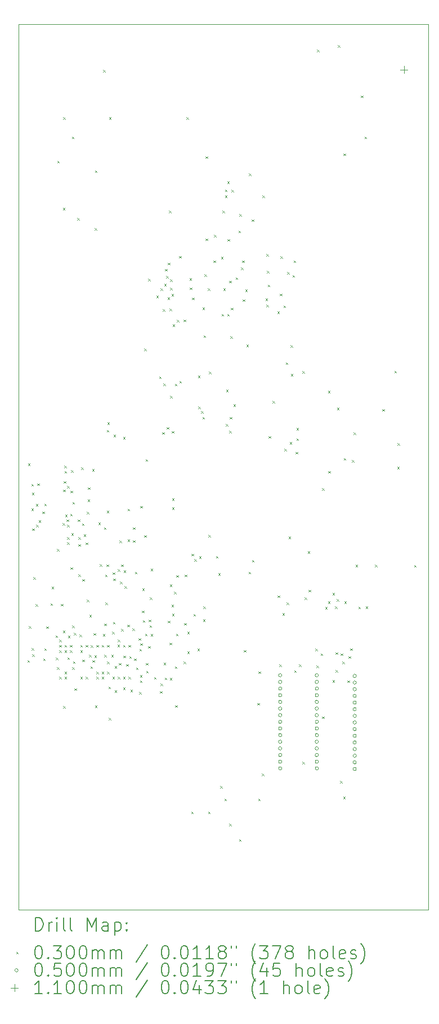
<source format=gbr>
%TF.GenerationSoftware,KiCad,Pcbnew,8.0.2*%
%TF.CreationDate,2024-06-30T04:24:21+02:00*%
%TF.ProjectId,Undroid,556e6472-6f69-4642-9e6b-696361645f70,rev?*%
%TF.SameCoordinates,Original*%
%TF.FileFunction,Drillmap*%
%TF.FilePolarity,Positive*%
%FSLAX45Y45*%
G04 Gerber Fmt 4.5, Leading zero omitted, Abs format (unit mm)*
G04 Created by KiCad (PCBNEW 8.0.2) date 2024-06-30 04:24:21*
%MOMM*%
%LPD*%
G01*
G04 APERTURE LIST*
%ADD10C,0.050000*%
%ADD11C,0.200000*%
%ADD12C,0.100000*%
%ADD13C,0.110000*%
G04 APERTURE END LIST*
D10*
X12500000Y-2880000D02*
X18670000Y-2880000D01*
X18670000Y-16200000D01*
X12500000Y-16200000D01*
X12500000Y-2880000D01*
D11*
D12*
X12638960Y-12442510D02*
X12668960Y-12472510D01*
X12668960Y-12442510D02*
X12638960Y-12472510D01*
X12645000Y-9485000D02*
X12675000Y-9515000D01*
X12675000Y-9485000D02*
X12645000Y-9515000D01*
X12658214Y-11931786D02*
X12688214Y-11961786D01*
X12688214Y-11931786D02*
X12658214Y-11961786D01*
X12695000Y-9795000D02*
X12725000Y-9825000D01*
X12725000Y-9795000D02*
X12695000Y-9825000D01*
X12695010Y-10163330D02*
X12725010Y-10193330D01*
X12725010Y-10163330D02*
X12695010Y-10193330D01*
X12702500Y-12260000D02*
X12732500Y-12290000D01*
X12732500Y-12260000D02*
X12702500Y-12290000D01*
X12706109Y-9923891D02*
X12736109Y-9953891D01*
X12736109Y-9923891D02*
X12706109Y-9953891D01*
X12708270Y-12356360D02*
X12738270Y-12386360D01*
X12738270Y-12356360D02*
X12708270Y-12386360D01*
X12710000Y-10462500D02*
X12740000Y-10492500D01*
X12740000Y-10462500D02*
X12710000Y-10492500D01*
X12725000Y-11195000D02*
X12755000Y-11225000D01*
X12755000Y-11195000D02*
X12725000Y-11225000D01*
X12760000Y-11602500D02*
X12790000Y-11632500D01*
X12790000Y-11602500D02*
X12760000Y-11632500D01*
X12765000Y-10095000D02*
X12795000Y-10125000D01*
X12795000Y-10095000D02*
X12765000Y-10125000D01*
X12770385Y-10405490D02*
X12800385Y-10435490D01*
X12800385Y-10405490D02*
X12770385Y-10435490D01*
X12785000Y-9785000D02*
X12815000Y-9815000D01*
X12815000Y-9785000D02*
X12785000Y-9815000D01*
X12807500Y-10340000D02*
X12837500Y-10370000D01*
X12837500Y-10340000D02*
X12807500Y-10370000D01*
X12863230Y-10207330D02*
X12893230Y-10237330D01*
X12893230Y-10207330D02*
X12863230Y-10237330D01*
X12872910Y-12417690D02*
X12902910Y-12447690D01*
X12902910Y-12417690D02*
X12872910Y-12447690D01*
X12890380Y-10089780D02*
X12920380Y-10119780D01*
X12920380Y-10089780D02*
X12890380Y-10119780D01*
X12890980Y-12267230D02*
X12920980Y-12297230D01*
X12920980Y-12267230D02*
X12890980Y-12297230D01*
X12919980Y-11933520D02*
X12949980Y-11963520D01*
X12949980Y-11933520D02*
X12919980Y-11963520D01*
X12984500Y-11589270D02*
X13014500Y-11619270D01*
X13014500Y-11589270D02*
X12984500Y-11619270D01*
X13000000Y-11340000D02*
X13030000Y-11370000D01*
X13030000Y-11340000D02*
X13000000Y-11370000D01*
X13059430Y-12069610D02*
X13089430Y-12099610D01*
X13089430Y-12069610D02*
X13059430Y-12099610D01*
X13066460Y-12406790D02*
X13096460Y-12436790D01*
X13096460Y-12406790D02*
X13066460Y-12436790D01*
X13082350Y-12549530D02*
X13112350Y-12579530D01*
X13112350Y-12549530D02*
X13082350Y-12579530D01*
X13082500Y-10770000D02*
X13112500Y-10800000D01*
X13112500Y-10770000D02*
X13082500Y-10800000D01*
X13087500Y-4935000D02*
X13117500Y-4965000D01*
X13117500Y-4935000D02*
X13087500Y-4965000D01*
X13115000Y-12135000D02*
X13145000Y-12165000D01*
X13145000Y-12135000D02*
X13115000Y-12165000D01*
X13115000Y-12215000D02*
X13145000Y-12245000D01*
X13145000Y-12215000D02*
X13115000Y-12245000D01*
X13115000Y-12295000D02*
X13145000Y-12325000D01*
X13145000Y-12295000D02*
X13115000Y-12325000D01*
X13115000Y-12695000D02*
X13145000Y-12725000D01*
X13145000Y-12695000D02*
X13115000Y-12725000D01*
X13140000Y-11597500D02*
X13170000Y-11627500D01*
X13170000Y-11597500D02*
X13140000Y-11627500D01*
X13164877Y-10380387D02*
X13194877Y-10410387D01*
X13194877Y-10380387D02*
X13164877Y-10410387D01*
X13172430Y-5640260D02*
X13202430Y-5670260D01*
X13202430Y-5640260D02*
X13172430Y-5670260D01*
X13172500Y-12000000D02*
X13202500Y-12030000D01*
X13202500Y-12000000D02*
X13172500Y-12030000D01*
X13175000Y-13135000D02*
X13205000Y-13165000D01*
X13205000Y-13135000D02*
X13175000Y-13165000D01*
X13175710Y-4276910D02*
X13205710Y-4306910D01*
X13205710Y-4276910D02*
X13175710Y-4306910D01*
X13176120Y-9876030D02*
X13206120Y-9906030D01*
X13206120Y-9876030D02*
X13176120Y-9906030D01*
X13185000Y-9752500D02*
X13215000Y-9782500D01*
X13215000Y-9752500D02*
X13185000Y-9782500D01*
X13192500Y-9520000D02*
X13222500Y-9550000D01*
X13222500Y-9520000D02*
X13192500Y-9550000D01*
X13195000Y-12215000D02*
X13225000Y-12245000D01*
X13225000Y-12215000D02*
X13195000Y-12245000D01*
X13195000Y-12295000D02*
X13225000Y-12325000D01*
X13225000Y-12295000D02*
X13195000Y-12325000D01*
X13195000Y-12615000D02*
X13225000Y-12645000D01*
X13225000Y-12615000D02*
X13195000Y-12645000D01*
X13195000Y-12695000D02*
X13225000Y-12725000D01*
X13225000Y-12695000D02*
X13195000Y-12725000D01*
X13197500Y-9600000D02*
X13227500Y-9630000D01*
X13227500Y-9600000D02*
X13197500Y-9630000D01*
X13205000Y-10255000D02*
X13235000Y-10285000D01*
X13235000Y-10255000D02*
X13205000Y-10285000D01*
X13225000Y-10327500D02*
X13255000Y-10357500D01*
X13255000Y-10327500D02*
X13225000Y-10357500D01*
X13232110Y-10670000D02*
X13262110Y-10700000D01*
X13262110Y-10670000D02*
X13232110Y-10700000D01*
X13232500Y-10595000D02*
X13262500Y-10625000D01*
X13262500Y-10595000D02*
X13232500Y-10625000D01*
X13234859Y-10407359D02*
X13264859Y-10437359D01*
X13264859Y-10407359D02*
X13234859Y-10437359D01*
X13235000Y-9825000D02*
X13265000Y-9855000D01*
X13265000Y-9825000D02*
X13235000Y-9855000D01*
X13240000Y-12400000D02*
X13270000Y-12430000D01*
X13270000Y-12400000D02*
X13240000Y-12430000D01*
X13245000Y-12075000D02*
X13275000Y-12105000D01*
X13275000Y-12075000D02*
X13245000Y-12105000D01*
X13275000Y-12215000D02*
X13305000Y-12245000D01*
X13305000Y-12215000D02*
X13275000Y-12245000D01*
X13275000Y-12295000D02*
X13305000Y-12325000D01*
X13305000Y-12295000D02*
X13275000Y-12325000D01*
X13279059Y-10243159D02*
X13309059Y-10273159D01*
X13309059Y-10243159D02*
X13279059Y-10273159D01*
X13285000Y-9895000D02*
X13315000Y-9925000D01*
X13315000Y-9895000D02*
X13285000Y-9925000D01*
X13285000Y-11045870D02*
X13315000Y-11075870D01*
X13315000Y-11045870D02*
X13285000Y-11075870D01*
X13295000Y-9585000D02*
X13325000Y-9615000D01*
X13325000Y-9585000D02*
X13295000Y-9615000D01*
X13295890Y-10532660D02*
X13325890Y-10562660D01*
X13325890Y-10532660D02*
X13295890Y-10562660D01*
X13306940Y-4570850D02*
X13336940Y-4600850D01*
X13336940Y-4570850D02*
X13306940Y-4600850D01*
X13310340Y-12550970D02*
X13340340Y-12580970D01*
X13340340Y-12550970D02*
X13310340Y-12580970D01*
X13310770Y-11924260D02*
X13340770Y-11954260D01*
X13340770Y-11924260D02*
X13310770Y-11954260D01*
X13314859Y-10062641D02*
X13344859Y-10092641D01*
X13344859Y-10062641D02*
X13314859Y-10092641D01*
X13322500Y-12460000D02*
X13352500Y-12490000D01*
X13352500Y-12460000D02*
X13322500Y-12490000D01*
X13337430Y-12033370D02*
X13367430Y-12063370D01*
X13367430Y-12033370D02*
X13337430Y-12063370D01*
X13343200Y-12867170D02*
X13373200Y-12897170D01*
X13373200Y-12867170D02*
X13343200Y-12897170D01*
X13385990Y-5791500D02*
X13415990Y-5821500D01*
X13415990Y-5791500D02*
X13385990Y-5821500D01*
X13395740Y-10325910D02*
X13425740Y-10355910D01*
X13425740Y-10325910D02*
X13395740Y-10355910D01*
X13401710Y-11153708D02*
X13431710Y-11183708D01*
X13431710Y-11153708D02*
X13401710Y-11183708D01*
X13403140Y-10592560D02*
X13433140Y-10622560D01*
X13433140Y-10592560D02*
X13403140Y-10622560D01*
X13404720Y-10698210D02*
X13434720Y-10728210D01*
X13434720Y-10698210D02*
X13404720Y-10728210D01*
X13419620Y-12059150D02*
X13449620Y-12089150D01*
X13449620Y-12059150D02*
X13419620Y-12089150D01*
X13435000Y-12215000D02*
X13465000Y-12245000D01*
X13465000Y-12215000D02*
X13435000Y-12245000D01*
X13435000Y-12295000D02*
X13465000Y-12325000D01*
X13465000Y-12295000D02*
X13435000Y-12325000D01*
X13435000Y-12695000D02*
X13465000Y-12725000D01*
X13465000Y-12695000D02*
X13435000Y-12725000D01*
X13445030Y-9542100D02*
X13475030Y-9572100D01*
X13475030Y-9542100D02*
X13445030Y-9572100D01*
X13458790Y-10384060D02*
X13488790Y-10414060D01*
X13488790Y-10384060D02*
X13458790Y-10414060D01*
X13465000Y-11225000D02*
X13495000Y-11255000D01*
X13495000Y-11225000D02*
X13465000Y-11255000D01*
X13465000Y-12435000D02*
X13495000Y-12465000D01*
X13495000Y-12435000D02*
X13465000Y-12465000D01*
X13482890Y-10552050D02*
X13512890Y-10582050D01*
X13512890Y-10552050D02*
X13482890Y-10582050D01*
X13515000Y-12215000D02*
X13545000Y-12245000D01*
X13545000Y-12215000D02*
X13515000Y-12245000D01*
X13515000Y-12695000D02*
X13545000Y-12725000D01*
X13545000Y-12695000D02*
X13515000Y-12725000D01*
X13515371Y-10675371D02*
X13545371Y-10705371D01*
X13545371Y-10675371D02*
X13515371Y-10705371D01*
X13528490Y-11532510D02*
X13558490Y-11562510D01*
X13558490Y-11532510D02*
X13528490Y-11562510D01*
X13528640Y-10212340D02*
X13558640Y-10242340D01*
X13558640Y-10212340D02*
X13528640Y-10242340D01*
X13545000Y-10025000D02*
X13575000Y-10055000D01*
X13575000Y-10025000D02*
X13545000Y-10055000D01*
X13547500Y-9842500D02*
X13577500Y-9872500D01*
X13577500Y-9842500D02*
X13547500Y-9872500D01*
X13565180Y-12360850D02*
X13595180Y-12390850D01*
X13595180Y-12360850D02*
X13565180Y-12390850D01*
X13570390Y-11763860D02*
X13600390Y-11793860D01*
X13600390Y-11763860D02*
X13570390Y-11793860D01*
X13583610Y-12534730D02*
X13613610Y-12564730D01*
X13613610Y-12534730D02*
X13583610Y-12564730D01*
X13590000Y-12217500D02*
X13620000Y-12247500D01*
X13620000Y-12217500D02*
X13590000Y-12247500D01*
X13609370Y-9569790D02*
X13639370Y-9599790D01*
X13639370Y-9569790D02*
X13609370Y-9599790D01*
X13616560Y-12444620D02*
X13646560Y-12474620D01*
X13646560Y-12444620D02*
X13616560Y-12474620D01*
X13632500Y-12037500D02*
X13662500Y-12067500D01*
X13662500Y-12037500D02*
X13632500Y-12067500D01*
X13645000Y-12370000D02*
X13675000Y-12400000D01*
X13675000Y-12370000D02*
X13645000Y-12400000D01*
X13647430Y-5944030D02*
X13677430Y-5974030D01*
X13677430Y-5944030D02*
X13647430Y-5974030D01*
X13653520Y-5076360D02*
X13683520Y-5106360D01*
X13683520Y-5076360D02*
X13653520Y-5106360D01*
X13655000Y-13125000D02*
X13685000Y-13155000D01*
X13685000Y-13125000D02*
X13655000Y-13155000D01*
X13675000Y-12215000D02*
X13705000Y-12245000D01*
X13705000Y-12215000D02*
X13675000Y-12245000D01*
X13675000Y-12615000D02*
X13705000Y-12645000D01*
X13705000Y-12615000D02*
X13675000Y-12645000D01*
X13675000Y-12695000D02*
X13705000Y-12725000D01*
X13705000Y-12695000D02*
X13675000Y-12725000D01*
X13705000Y-10375000D02*
X13735000Y-10405000D01*
X13735000Y-10375000D02*
X13705000Y-10405000D01*
X13725000Y-10999840D02*
X13755000Y-11029840D01*
X13755000Y-10999840D02*
X13725000Y-11029840D01*
X13755000Y-12215000D02*
X13785000Y-12245000D01*
X13785000Y-12215000D02*
X13755000Y-12245000D01*
X13755000Y-12615000D02*
X13785000Y-12645000D01*
X13785000Y-12615000D02*
X13755000Y-12645000D01*
X13755000Y-12695000D02*
X13785000Y-12725000D01*
X13785000Y-12695000D02*
X13755000Y-12725000D01*
X13770320Y-12051470D02*
X13800320Y-12081470D01*
X13800320Y-12051470D02*
X13770320Y-12081470D01*
X13775420Y-3563730D02*
X13805420Y-3593730D01*
X13805420Y-3563730D02*
X13775420Y-3593730D01*
X13788590Y-10443900D02*
X13818590Y-10473900D01*
X13818590Y-10443900D02*
X13788590Y-10473900D01*
X13790660Y-11894810D02*
X13820660Y-11924810D01*
X13820660Y-11894810D02*
X13790660Y-11924810D01*
X13794150Y-12364200D02*
X13824150Y-12394200D01*
X13824150Y-12364200D02*
X13794150Y-12394200D01*
X13806330Y-11157430D02*
X13836330Y-11187430D01*
X13836330Y-11157430D02*
X13806330Y-11187430D01*
X13808650Y-11575450D02*
X13838650Y-11605450D01*
X13838650Y-11575450D02*
X13808650Y-11605450D01*
X13825000Y-11005000D02*
X13855000Y-11035000D01*
X13855000Y-11005000D02*
X13825000Y-11035000D01*
X13832500Y-10197500D02*
X13862500Y-10227500D01*
X13862500Y-10197500D02*
X13832500Y-10227500D01*
X13832960Y-8981270D02*
X13862960Y-9011270D01*
X13862960Y-8981270D02*
X13832960Y-9011270D01*
X13835000Y-12215000D02*
X13865000Y-12245000D01*
X13865000Y-12215000D02*
X13835000Y-12245000D01*
X13835000Y-12465000D02*
X13865000Y-12495000D01*
X13865000Y-12465000D02*
X13835000Y-12495000D01*
X13835000Y-12615000D02*
X13865000Y-12645000D01*
X13865000Y-12615000D02*
X13835000Y-12645000D01*
X13839230Y-8867580D02*
X13869230Y-8897580D01*
X13869230Y-8867580D02*
X13839230Y-8897580D01*
X13854890Y-12840610D02*
X13884890Y-12870610D01*
X13884890Y-12840610D02*
X13854890Y-12870610D01*
X13860000Y-13312500D02*
X13890000Y-13342500D01*
X13890000Y-13312500D02*
X13860000Y-13342500D01*
X13864160Y-4276910D02*
X13894160Y-4306910D01*
X13894160Y-4276910D02*
X13864160Y-4306910D01*
X13897210Y-12364460D02*
X13927210Y-12394460D01*
X13927210Y-12364460D02*
X13897210Y-12394460D01*
X13912100Y-12014290D02*
X13942100Y-12044290D01*
X13942100Y-12014290D02*
X13912100Y-12044290D01*
X13915000Y-12695000D02*
X13945000Y-12725000D01*
X13945000Y-12695000D02*
X13915000Y-12725000D01*
X13919850Y-11122600D02*
X13949850Y-11152600D01*
X13949850Y-11122600D02*
X13919850Y-11152600D01*
X13925020Y-11866630D02*
X13955020Y-11896630D01*
X13955020Y-11866630D02*
X13925020Y-11896630D01*
X13927040Y-11216710D02*
X13957040Y-11246710D01*
X13957040Y-11216710D02*
X13927040Y-11246710D01*
X13933929Y-9050839D02*
X13963929Y-9080839D01*
X13963929Y-9050839D02*
X13933929Y-9080839D01*
X13947670Y-12895040D02*
X13977670Y-12925040D01*
X13977670Y-12895040D02*
X13947670Y-12925040D01*
X13951370Y-12531740D02*
X13981370Y-12561740D01*
X13981370Y-12531740D02*
X13951370Y-12561740D01*
X13992500Y-12212500D02*
X14022500Y-12242500D01*
X14022500Y-12212500D02*
X13992500Y-12242500D01*
X13995000Y-12135000D02*
X14025000Y-12165000D01*
X14025000Y-12135000D02*
X13995000Y-12165000D01*
X13995000Y-12695000D02*
X14025000Y-12725000D01*
X14025000Y-12695000D02*
X13995000Y-12725000D01*
X13995806Y-11074194D02*
X14025806Y-11104194D01*
X14025806Y-11074194D02*
X13995806Y-11104194D01*
X14013400Y-12487460D02*
X14043400Y-12517460D01*
X14043400Y-12487460D02*
X14013400Y-12517460D01*
X14019320Y-10644040D02*
X14049320Y-10674040D01*
X14049320Y-10644040D02*
X14019320Y-10674040D01*
X14030050Y-11264240D02*
X14060050Y-11294240D01*
X14060050Y-11264240D02*
X14030050Y-11294240D01*
X14045000Y-11005000D02*
X14075000Y-11035000D01*
X14075000Y-11005000D02*
X14045000Y-11035000D01*
X14049060Y-11975610D02*
X14079060Y-12005610D01*
X14079060Y-11975610D02*
X14049060Y-12005610D01*
X14074890Y-9087970D02*
X14104890Y-9117970D01*
X14104890Y-9087970D02*
X14074890Y-9117970D01*
X14075000Y-12215000D02*
X14105000Y-12245000D01*
X14105000Y-12215000D02*
X14075000Y-12245000D01*
X14075000Y-12695000D02*
X14105000Y-12725000D01*
X14105000Y-12695000D02*
X14075000Y-12725000D01*
X14076230Y-12851810D02*
X14106230Y-12881810D01*
X14106230Y-12851810D02*
X14076230Y-12881810D01*
X14081900Y-12375330D02*
X14111900Y-12405330D01*
X14111900Y-12375330D02*
X14081900Y-12405330D01*
X14085000Y-11095000D02*
X14115000Y-11125000D01*
X14115000Y-11095000D02*
X14085000Y-11125000D01*
X14099310Y-11328820D02*
X14129310Y-11358820D01*
X14129310Y-11328820D02*
X14099310Y-11358820D01*
X14121470Y-12500600D02*
X14151470Y-12530600D01*
X14151470Y-12500600D02*
X14121470Y-12530600D01*
X14139960Y-11909930D02*
X14169960Y-11939930D01*
X14169960Y-11909930D02*
X14139960Y-11939930D01*
X14143450Y-10165870D02*
X14173450Y-10195870D01*
X14173450Y-10165870D02*
X14143450Y-10195870D01*
X14143720Y-10626070D02*
X14173720Y-10656070D01*
X14173720Y-10626070D02*
X14143720Y-10656070D01*
X14155000Y-12215000D02*
X14185000Y-12245000D01*
X14185000Y-12215000D02*
X14155000Y-12245000D01*
X14155000Y-12695000D02*
X14185000Y-12725000D01*
X14185000Y-12695000D02*
X14155000Y-12725000D01*
X14168620Y-12382510D02*
X14198620Y-12412510D01*
X14198620Y-12382510D02*
X14168620Y-12412510D01*
X14186690Y-12889400D02*
X14216690Y-12919400D01*
X14216690Y-12889400D02*
X14186690Y-12919400D01*
X14215310Y-11966120D02*
X14245310Y-11996120D01*
X14245310Y-11966120D02*
X14215310Y-11996120D01*
X14222640Y-10641360D02*
X14252640Y-10671360D01*
X14252640Y-10641360D02*
X14222640Y-10671360D01*
X14224520Y-10443580D02*
X14254520Y-10473580D01*
X14254520Y-10443580D02*
X14224520Y-10473580D01*
X14242810Y-12416140D02*
X14272810Y-12446140D01*
X14272810Y-12416140D02*
X14242810Y-12446140D01*
X14255000Y-11115000D02*
X14285000Y-11145000D01*
X14285000Y-11115000D02*
X14255000Y-11145000D01*
X14269660Y-12551750D02*
X14299660Y-12581750D01*
X14299660Y-12551750D02*
X14269660Y-12581750D01*
X14310630Y-12113640D02*
X14340630Y-12143640D01*
X14340630Y-12113640D02*
X14310630Y-12143640D01*
X14317700Y-12923190D02*
X14347700Y-12953190D01*
X14347700Y-12923190D02*
X14317700Y-12953190D01*
X14321770Y-12272520D02*
X14351770Y-12302520D01*
X14351770Y-12272520D02*
X14321770Y-12302520D01*
X14330140Y-12747270D02*
X14360140Y-12777270D01*
X14360140Y-12747270D02*
X14330140Y-12777270D01*
X14330350Y-12669410D02*
X14360350Y-12699410D01*
X14360350Y-12669410D02*
X14330350Y-12699410D01*
X14332530Y-10124680D02*
X14362530Y-10154680D01*
X14362530Y-10124680D02*
X14332530Y-10154680D01*
X14332770Y-12188820D02*
X14362770Y-12218820D01*
X14362770Y-12188820D02*
X14332770Y-12218820D01*
X14361270Y-11697510D02*
X14391270Y-11727510D01*
X14391270Y-11697510D02*
X14361270Y-11727510D01*
X14365000Y-11365000D02*
X14395000Y-11395000D01*
X14395000Y-11365000D02*
X14365000Y-11395000D01*
X14373390Y-11843590D02*
X14403390Y-11873590D01*
X14403390Y-11843590D02*
X14373390Y-11873590D01*
X14395000Y-7755000D02*
X14425000Y-7785000D01*
X14425000Y-7755000D02*
X14395000Y-7785000D01*
X14395000Y-10565000D02*
X14425000Y-10595000D01*
X14425000Y-10565000D02*
X14395000Y-10595000D01*
X14407490Y-12044860D02*
X14437490Y-12074860D01*
X14437490Y-12044860D02*
X14407490Y-12074860D01*
X14415590Y-9419250D02*
X14445590Y-9449250D01*
X14445590Y-9419250D02*
X14415590Y-9449250D01*
X14420060Y-12485750D02*
X14450060Y-12515750D01*
X14450060Y-12485750D02*
X14420060Y-12515750D01*
X14422670Y-12605690D02*
X14452670Y-12635690D01*
X14452670Y-12605690D02*
X14422670Y-12635690D01*
X14453910Y-12230670D02*
X14483910Y-12260670D01*
X14483910Y-12230670D02*
X14453910Y-12260670D01*
X14455000Y-6705000D02*
X14485000Y-6735000D01*
X14485000Y-6705000D02*
X14455000Y-6735000D01*
X14460860Y-11831830D02*
X14490860Y-11861830D01*
X14490860Y-11831830D02*
X14460860Y-11861830D01*
X14473530Y-11919240D02*
X14503530Y-11949240D01*
X14503530Y-11919240D02*
X14473530Y-11949240D01*
X14480680Y-11497910D02*
X14510680Y-11527910D01*
X14510680Y-11497910D02*
X14480680Y-11527910D01*
X14492040Y-12051290D02*
X14522040Y-12081290D01*
X14522040Y-12051290D02*
X14492040Y-12081290D01*
X14492380Y-11065110D02*
X14522380Y-11095110D01*
X14522380Y-11065110D02*
X14492380Y-11095110D01*
X14541300Y-12696670D02*
X14571300Y-12726670D01*
X14571300Y-12696670D02*
X14541300Y-12726670D01*
X14575560Y-6963310D02*
X14605560Y-6993310D01*
X14605560Y-6963310D02*
X14575560Y-6993310D01*
X14619700Y-8176080D02*
X14649700Y-8206080D01*
X14649700Y-8176080D02*
X14619700Y-8206080D01*
X14629791Y-12910209D02*
X14659791Y-12940209D01*
X14659791Y-12910209D02*
X14629791Y-12940209D01*
X14638120Y-6850590D02*
X14668120Y-6880590D01*
X14668120Y-6850590D02*
X14638120Y-6880590D01*
X14638830Y-12794420D02*
X14668830Y-12824420D01*
X14668830Y-12794420D02*
X14638830Y-12824420D01*
X14664150Y-9013840D02*
X14694150Y-9043840D01*
X14694150Y-9013840D02*
X14664150Y-9043840D01*
X14675000Y-7165000D02*
X14705000Y-7195000D01*
X14705000Y-7165000D02*
X14675000Y-7195000D01*
X14682230Y-8282160D02*
X14712230Y-8312160D01*
X14712230Y-8282160D02*
X14682230Y-8312160D01*
X14686370Y-12481710D02*
X14716370Y-12511710D01*
X14716370Y-12481710D02*
X14686370Y-12511710D01*
X14695000Y-6785000D02*
X14725000Y-6815000D01*
X14725000Y-6785000D02*
X14695000Y-6815000D01*
X14705010Y-12704550D02*
X14735010Y-12734550D01*
X14735010Y-12704550D02*
X14705010Y-12734550D01*
X14705062Y-6560360D02*
X14735062Y-6590360D01*
X14735062Y-6560360D02*
X14705062Y-6590360D01*
X14725000Y-6665000D02*
X14755000Y-6695000D01*
X14755000Y-6665000D02*
X14725000Y-6695000D01*
X14731640Y-8937620D02*
X14761640Y-8967620D01*
X14761640Y-8937620D02*
X14731640Y-8967620D01*
X14745000Y-6985000D02*
X14775000Y-7015000D01*
X14775000Y-6985000D02*
X14745000Y-7015000D01*
X14750500Y-6464030D02*
X14780500Y-6494030D01*
X14780500Y-6464030D02*
X14750500Y-6494030D01*
X14751000Y-11848800D02*
X14781000Y-11878800D01*
X14781000Y-11848800D02*
X14751000Y-11878800D01*
X14765000Y-5682500D02*
X14795000Y-5712500D01*
X14795000Y-5682500D02*
X14765000Y-5712500D01*
X14775000Y-7155000D02*
X14805000Y-7185000D01*
X14805000Y-7155000D02*
X14775000Y-7185000D01*
X14775670Y-12182370D02*
X14805670Y-12212370D01*
X14805670Y-12182370D02*
X14775670Y-12212370D01*
X14778120Y-11302930D02*
X14808120Y-11332930D01*
X14808120Y-11302930D02*
X14778120Y-11332930D01*
X14780280Y-12707820D02*
X14810280Y-12737820D01*
X14810280Y-12707820D02*
X14780280Y-12737820D01*
X14782820Y-8466170D02*
X14812820Y-8496170D01*
X14812820Y-8466170D02*
X14782820Y-8496170D01*
X14783640Y-6840590D02*
X14813640Y-6870590D01*
X14813640Y-6840590D02*
X14783640Y-6870590D01*
X14785000Y-6715000D02*
X14815000Y-6745000D01*
X14815000Y-6715000D02*
X14785000Y-6745000D01*
X14804970Y-11611400D02*
X14834970Y-11641400D01*
X14834970Y-11611400D02*
X14804970Y-11641400D01*
X14805770Y-6937150D02*
X14835770Y-6967150D01*
X14835770Y-6937150D02*
X14805770Y-6967150D01*
X14808980Y-8998370D02*
X14838980Y-9028370D01*
X14838980Y-8998370D02*
X14808980Y-9028370D01*
X14812675Y-10007675D02*
X14842675Y-10037675D01*
X14842675Y-10007675D02*
X14812675Y-10037675D01*
X14813580Y-10143480D02*
X14843580Y-10173480D01*
X14843580Y-10143480D02*
X14813580Y-10173480D01*
X14815000Y-11745000D02*
X14845000Y-11775000D01*
X14845000Y-11745000D02*
X14815000Y-11775000D01*
X14821850Y-7395130D02*
X14851850Y-7425130D01*
X14851850Y-7395130D02*
X14821850Y-7425130D01*
X14841600Y-11415100D02*
X14871600Y-11445100D01*
X14871600Y-11415100D02*
X14841600Y-11445100D01*
X14855140Y-12534570D02*
X14885140Y-12564570D01*
X14885140Y-12534570D02*
X14855140Y-12564570D01*
X14856720Y-8285010D02*
X14886720Y-8315010D01*
X14886720Y-8285010D02*
X14856720Y-8315010D01*
X14860000Y-13120000D02*
X14890000Y-13150000D01*
X14890000Y-13120000D02*
X14860000Y-13150000D01*
X14873160Y-12044880D02*
X14903160Y-12074880D01*
X14903160Y-12044880D02*
X14873160Y-12074880D01*
X14875000Y-11165000D02*
X14905000Y-11195000D01*
X14905000Y-11165000D02*
X14875000Y-11195000D01*
X14885000Y-7325000D02*
X14915000Y-7355000D01*
X14915000Y-7325000D02*
X14885000Y-7355000D01*
X14920840Y-6363140D02*
X14950840Y-6393140D01*
X14950840Y-6363140D02*
X14920840Y-6393140D01*
X14923610Y-8245580D02*
X14953610Y-8275580D01*
X14953610Y-8245580D02*
X14923610Y-8275580D01*
X14984960Y-12463580D02*
X15014960Y-12493580D01*
X15014960Y-12463580D02*
X14984960Y-12493580D01*
X14985240Y-7319040D02*
X15015240Y-7349040D01*
X15015240Y-7319040D02*
X14985240Y-7349040D01*
X14995980Y-11883530D02*
X15025980Y-11913530D01*
X15025980Y-11883530D02*
X14995980Y-11913530D01*
X15005000Y-11155000D02*
X15035000Y-11185000D01*
X15035000Y-11155000D02*
X15005000Y-11185000D01*
X15028160Y-4277070D02*
X15058160Y-4307070D01*
X15058160Y-4277070D02*
X15028160Y-4307070D01*
X15043470Y-12314150D02*
X15073470Y-12344150D01*
X15073470Y-12314150D02*
X15043470Y-12344150D01*
X15043530Y-12017650D02*
X15073530Y-12047650D01*
X15073530Y-12017650D02*
X15043530Y-12047650D01*
X15077450Y-6697710D02*
X15107450Y-6727710D01*
X15107450Y-6697710D02*
X15077450Y-6727710D01*
X15078840Y-6837070D02*
X15108840Y-6867070D01*
X15108840Y-6837070D02*
X15078840Y-6867070D01*
X15102500Y-14722500D02*
X15132500Y-14752500D01*
X15132500Y-14722500D02*
X15102500Y-14752500D01*
X15104140Y-10843800D02*
X15134140Y-10873800D01*
X15134140Y-10843800D02*
X15104140Y-10873800D01*
X15115700Y-6990920D02*
X15145700Y-7020920D01*
X15145700Y-6990920D02*
X15115700Y-7020920D01*
X15135540Y-11748110D02*
X15165540Y-11778110D01*
X15165540Y-11748110D02*
X15135540Y-11778110D01*
X15145540Y-10924270D02*
X15175540Y-10954270D01*
X15175540Y-10924270D02*
X15145540Y-10954270D01*
X15196080Y-12270200D02*
X15226080Y-12300200D01*
X15226080Y-12270200D02*
X15196080Y-12300200D01*
X15200860Y-8164180D02*
X15230860Y-8194180D01*
X15230860Y-8164180D02*
X15200860Y-8194180D01*
X15206730Y-8627200D02*
X15236730Y-8657200D01*
X15236730Y-8627200D02*
X15206730Y-8657200D01*
X15218390Y-10881610D02*
X15248390Y-10911610D01*
X15248390Y-10881610D02*
X15218390Y-10911610D01*
X15249250Y-8694850D02*
X15279250Y-8724850D01*
X15279250Y-8694850D02*
X15249250Y-8724850D01*
X15268930Y-8785220D02*
X15298930Y-8815220D01*
X15298930Y-8785220D02*
X15268930Y-8815220D01*
X15269240Y-7138060D02*
X15299240Y-7168060D01*
X15299240Y-7138060D02*
X15269240Y-7168060D01*
X15277080Y-11831180D02*
X15307080Y-11861180D01*
X15307080Y-11831180D02*
X15277080Y-11861180D01*
X15285000Y-11635000D02*
X15315000Y-11665000D01*
X15315000Y-11635000D02*
X15285000Y-11665000D01*
X15286100Y-7556880D02*
X15316100Y-7586880D01*
X15316100Y-7556880D02*
X15286100Y-7586880D01*
X15297860Y-6637050D02*
X15327860Y-6667050D01*
X15327860Y-6637050D02*
X15297860Y-6667050D01*
X15315030Y-6099780D02*
X15345030Y-6129780D01*
X15345030Y-6099780D02*
X15315030Y-6129780D01*
X15319120Y-4864470D02*
X15349120Y-4894470D01*
X15349120Y-4864470D02*
X15319120Y-4894470D01*
X15353080Y-6852890D02*
X15383080Y-6882890D01*
X15383080Y-6852890D02*
X15353080Y-6882890D01*
X15355000Y-14720000D02*
X15385000Y-14750000D01*
X15385000Y-14720000D02*
X15355000Y-14750000D01*
X15358810Y-10559320D02*
X15388810Y-10589320D01*
X15388810Y-10559320D02*
X15358810Y-10589320D01*
X15369720Y-8102850D02*
X15399720Y-8132850D01*
X15399720Y-8102850D02*
X15369720Y-8132850D01*
X15436950Y-6433570D02*
X15466950Y-6463570D01*
X15466950Y-6433570D02*
X15436950Y-6463570D01*
X15446110Y-6047880D02*
X15476110Y-6077880D01*
X15476110Y-6047880D02*
X15446110Y-6077880D01*
X15475000Y-10875000D02*
X15505000Y-10905000D01*
X15505000Y-10875000D02*
X15475000Y-10905000D01*
X15508400Y-11136940D02*
X15538400Y-11166940D01*
X15538400Y-11136940D02*
X15508400Y-11166940D01*
X15535000Y-14335000D02*
X15565000Y-14365000D01*
X15565000Y-14335000D02*
X15535000Y-14365000D01*
X15548380Y-6377440D02*
X15578380Y-6407440D01*
X15578380Y-6377440D02*
X15548380Y-6407440D01*
X15559350Y-7234760D02*
X15589350Y-7264760D01*
X15589350Y-7234760D02*
X15559350Y-7264760D01*
X15570000Y-5682500D02*
X15600000Y-5712500D01*
X15600000Y-5682500D02*
X15570000Y-5712500D01*
X15584090Y-6849740D02*
X15614090Y-6879740D01*
X15614090Y-6849740D02*
X15584090Y-6879740D01*
X15602500Y-14527500D02*
X15632500Y-14557500D01*
X15632500Y-14527500D02*
X15602500Y-14557500D01*
X15609090Y-5363740D02*
X15639090Y-5393740D01*
X15639090Y-5363740D02*
X15609090Y-5393740D01*
X15609920Y-5451870D02*
X15639920Y-5481870D01*
X15639920Y-5451870D02*
X15609920Y-5481870D01*
X15620860Y-8890320D02*
X15650860Y-8920320D01*
X15650860Y-8890320D02*
X15620860Y-8920320D01*
X15626800Y-8373330D02*
X15656800Y-8403330D01*
X15656800Y-8373330D02*
X15626800Y-8403330D01*
X15641360Y-5241740D02*
X15671360Y-5271740D01*
X15671360Y-5241740D02*
X15641360Y-5271740D01*
X15643690Y-7234760D02*
X15673690Y-7264760D01*
X15673690Y-7234760D02*
X15643690Y-7264760D01*
X15645280Y-6109220D02*
X15675280Y-6139220D01*
X15675280Y-6109220D02*
X15645280Y-6139220D01*
X15670550Y-8992240D02*
X15700550Y-9022240D01*
X15700550Y-8992240D02*
X15670550Y-9022240D01*
X15672500Y-14902500D02*
X15702500Y-14932500D01*
X15702500Y-14902500D02*
X15672500Y-14932500D01*
X15672850Y-6736530D02*
X15702850Y-6766530D01*
X15702850Y-6736530D02*
X15672850Y-6766530D01*
X15679650Y-8787320D02*
X15709650Y-8817320D01*
X15709650Y-8787320D02*
X15679650Y-8817320D01*
X15690640Y-7568960D02*
X15720640Y-7598960D01*
X15720640Y-7568960D02*
X15690640Y-7598960D01*
X15696360Y-7141910D02*
X15726360Y-7171910D01*
X15726360Y-7141910D02*
X15696360Y-7171910D01*
X15705860Y-5367900D02*
X15735860Y-5397900D01*
X15735860Y-5367900D02*
X15705860Y-5397900D01*
X15734410Y-8595180D02*
X15764410Y-8625180D01*
X15764410Y-8595180D02*
X15734410Y-8625180D01*
X15770340Y-6686440D02*
X15800340Y-6716440D01*
X15800340Y-6686440D02*
X15770340Y-6716440D01*
X15812500Y-5984510D02*
X15842500Y-6014510D01*
X15842500Y-5984510D02*
X15812500Y-6014510D01*
X15822500Y-15137500D02*
X15852500Y-15167500D01*
X15852500Y-15137500D02*
X15822500Y-15167500D01*
X15827010Y-5734820D02*
X15857010Y-5764820D01*
X15857010Y-5734820D02*
X15827010Y-5764820D01*
X15849390Y-6539860D02*
X15879390Y-6569860D01*
X15879390Y-6539860D02*
X15849390Y-6569860D01*
X15867070Y-6430280D02*
X15897070Y-6460280D01*
X15897070Y-6430280D02*
X15867070Y-6460280D01*
X15877370Y-7014330D02*
X15907370Y-7044330D01*
X15907370Y-7014330D02*
X15877370Y-7044330D01*
X15894780Y-12290190D02*
X15924780Y-12320190D01*
X15924780Y-12290190D02*
X15894780Y-12320190D01*
X15912880Y-6866270D02*
X15942880Y-6896270D01*
X15942880Y-6866270D02*
X15912880Y-6896270D01*
X15928960Y-7699210D02*
X15958960Y-7729210D01*
X15958960Y-7699210D02*
X15928960Y-7729210D01*
X15965000Y-11115000D02*
X15995000Y-11145000D01*
X15995000Y-11115000D02*
X15965000Y-11145000D01*
X15969580Y-5121570D02*
X15999580Y-5151570D01*
X15999580Y-5121570D02*
X15969580Y-5151570D01*
X16012920Y-5815650D02*
X16042920Y-5845650D01*
X16042920Y-5815650D02*
X16012920Y-5845650D01*
X16015000Y-10935000D02*
X16045000Y-10965000D01*
X16045000Y-10935000D02*
X16015000Y-10965000D01*
X16095000Y-13085000D02*
X16125000Y-13115000D01*
X16125000Y-13085000D02*
X16095000Y-13115000D01*
X16110000Y-14527387D02*
X16140000Y-14557387D01*
X16140000Y-14527387D02*
X16110000Y-14557387D01*
X16110920Y-12611850D02*
X16140920Y-12641850D01*
X16140920Y-12611850D02*
X16110920Y-12641850D01*
X16162500Y-14147500D02*
X16192500Y-14177500D01*
X16192500Y-14147500D02*
X16162500Y-14177500D01*
X16173560Y-5452030D02*
X16203560Y-5482030D01*
X16203560Y-5452030D02*
X16173560Y-5482030D01*
X16218330Y-7004090D02*
X16248330Y-7034090D01*
X16248330Y-7004090D02*
X16218330Y-7034090D01*
X16231722Y-6333278D02*
X16261722Y-6363278D01*
X16261722Y-6333278D02*
X16231722Y-6363278D01*
X16233280Y-7095620D02*
X16263280Y-7125620D01*
X16263280Y-7095620D02*
X16233280Y-7125620D01*
X16242009Y-6588591D02*
X16272009Y-6618591D01*
X16272009Y-6588591D02*
X16242009Y-6618591D01*
X16251520Y-6797470D02*
X16281520Y-6827470D01*
X16281520Y-6797470D02*
X16251520Y-6827470D01*
X16265000Y-9075000D02*
X16295000Y-9105000D01*
X16295000Y-9075000D02*
X16265000Y-9105000D01*
X16325000Y-8545000D02*
X16355000Y-8575000D01*
X16355000Y-8545000D02*
X16325000Y-8575000D01*
X16398190Y-7196020D02*
X16428190Y-7226020D01*
X16428190Y-7196020D02*
X16398190Y-7226020D01*
X16400990Y-11469090D02*
X16430990Y-11499090D01*
X16430990Y-11469090D02*
X16400990Y-11499090D01*
X16424140Y-12506080D02*
X16454140Y-12536080D01*
X16454140Y-12506080D02*
X16424140Y-12536080D01*
X16434740Y-6929790D02*
X16464740Y-6959790D01*
X16464740Y-6929790D02*
X16434740Y-6959790D01*
X16444140Y-6368920D02*
X16474140Y-6398920D01*
X16474140Y-6368920D02*
X16444140Y-6398920D01*
X16474490Y-11738570D02*
X16504490Y-11768570D01*
X16504490Y-11738570D02*
X16474490Y-11768570D01*
X16488960Y-7110880D02*
X16518960Y-7140880D01*
X16518960Y-7110880D02*
X16488960Y-7140880D01*
X16501520Y-9263430D02*
X16531520Y-9293430D01*
X16531520Y-9263430D02*
X16501520Y-9293430D01*
X16525000Y-7965000D02*
X16555000Y-7995000D01*
X16555000Y-7965000D02*
X16525000Y-7995000D01*
X16534090Y-11573960D02*
X16564090Y-11603960D01*
X16564090Y-11573960D02*
X16534090Y-11603960D01*
X16545090Y-6603790D02*
X16575090Y-6633790D01*
X16575090Y-6603790D02*
X16545090Y-6633790D01*
X16565000Y-10585000D02*
X16595000Y-10615000D01*
X16595000Y-10585000D02*
X16565000Y-10615000D01*
X16583800Y-9164160D02*
X16613800Y-9194160D01*
X16613800Y-9164160D02*
X16583800Y-9194160D01*
X16595000Y-7705000D02*
X16625000Y-7735000D01*
X16625000Y-7705000D02*
X16595000Y-7735000D01*
X16597910Y-8138250D02*
X16627910Y-8168250D01*
X16627910Y-8138250D02*
X16597910Y-8168250D01*
X16626749Y-6653251D02*
X16656749Y-6683251D01*
X16656749Y-6653251D02*
X16626749Y-6683251D01*
X16643860Y-6433110D02*
X16673860Y-6463110D01*
X16673860Y-6433110D02*
X16643860Y-6463110D01*
X16648860Y-12597030D02*
X16678860Y-12627030D01*
X16678860Y-12597030D02*
X16648860Y-12627030D01*
X16673160Y-9309100D02*
X16703160Y-9339100D01*
X16703160Y-9309100D02*
X16673160Y-9339100D01*
X16682920Y-9107220D02*
X16712920Y-9137220D01*
X16712920Y-9107220D02*
X16682920Y-9137220D01*
X16682970Y-8951340D02*
X16712970Y-8981340D01*
X16712970Y-8951340D02*
X16682970Y-8981340D01*
X16720550Y-12505290D02*
X16750550Y-12535290D01*
X16750550Y-12505290D02*
X16720550Y-12535290D01*
X16773920Y-8096050D02*
X16803920Y-8126050D01*
X16803920Y-8096050D02*
X16773920Y-8126050D01*
X16773920Y-13971650D02*
X16803920Y-14001650D01*
X16803920Y-13971650D02*
X16773920Y-14001650D01*
X16805820Y-11499050D02*
X16835820Y-11529050D01*
X16835820Y-11499050D02*
X16805820Y-11529050D01*
X16855000Y-10805000D02*
X16885000Y-10835000D01*
X16885000Y-10805000D02*
X16855000Y-10835000D01*
X16867610Y-11385390D02*
X16897610Y-11415390D01*
X16897610Y-11385390D02*
X16867610Y-11415390D01*
X16966240Y-12269700D02*
X16996240Y-12299700D01*
X16996240Y-12269700D02*
X16966240Y-12299700D01*
X16986200Y-12522900D02*
X17016200Y-12552900D01*
X17016200Y-12522900D02*
X16986200Y-12552900D01*
X16992500Y-3260000D02*
X17022500Y-3290000D01*
X17022500Y-3260000D02*
X16992500Y-3290000D01*
X17048830Y-12343150D02*
X17078830Y-12373150D01*
X17078830Y-12343150D02*
X17048830Y-12373150D01*
X17067740Y-13291100D02*
X17097740Y-13321100D01*
X17097740Y-13291100D02*
X17067740Y-13321100D01*
X17067770Y-9858730D02*
X17097770Y-9888730D01*
X17097770Y-9858730D02*
X17067770Y-9888730D01*
X17114820Y-11641210D02*
X17144820Y-11671210D01*
X17144820Y-11641210D02*
X17114820Y-11671210D01*
X17156720Y-8389830D02*
X17186720Y-8419830D01*
X17186720Y-8389830D02*
X17156720Y-8419830D01*
X17157210Y-11560130D02*
X17187210Y-11590130D01*
X17187210Y-11560130D02*
X17157210Y-11590130D01*
X17160640Y-9596630D02*
X17190640Y-9626630D01*
X17190640Y-9596630D02*
X17160640Y-9626630D01*
X17226330Y-12741630D02*
X17256330Y-12771630D01*
X17256330Y-12741630D02*
X17226330Y-12771630D01*
X17227230Y-11431180D02*
X17257230Y-11461180D01*
X17257230Y-11431180D02*
X17227230Y-11461180D01*
X17265140Y-11633170D02*
X17295140Y-11663170D01*
X17295140Y-11633170D02*
X17265140Y-11663170D01*
X17271320Y-12590530D02*
X17301320Y-12620530D01*
X17301320Y-12590530D02*
X17271320Y-12620530D01*
X17272730Y-12323250D02*
X17302730Y-12353250D01*
X17302730Y-12323250D02*
X17272730Y-12353250D01*
X17291840Y-11523930D02*
X17321840Y-11553930D01*
X17321840Y-11523930D02*
X17291840Y-11553930D01*
X17294510Y-8643780D02*
X17324510Y-8673780D01*
X17324510Y-8643780D02*
X17294510Y-8673780D01*
X17305000Y-3195000D02*
X17335000Y-3225000D01*
X17335000Y-3195000D02*
X17305000Y-3225000D01*
X17339160Y-14261480D02*
X17369160Y-14291480D01*
X17369160Y-14261480D02*
X17339160Y-14291480D01*
X17347910Y-12340000D02*
X17377910Y-12370000D01*
X17377910Y-12340000D02*
X17347910Y-12370000D01*
X17372400Y-12464360D02*
X17402400Y-12494360D01*
X17402400Y-12464360D02*
X17372400Y-12494360D01*
X17387500Y-14495000D02*
X17417500Y-14525000D01*
X17417500Y-14495000D02*
X17387500Y-14525000D01*
X17393280Y-4822700D02*
X17423280Y-4852700D01*
X17423280Y-4822700D02*
X17393280Y-4852700D01*
X17395000Y-9405000D02*
X17425000Y-9435000D01*
X17425000Y-9405000D02*
X17395000Y-9435000D01*
X17402190Y-11559300D02*
X17432190Y-11589300D01*
X17432190Y-11559300D02*
X17402190Y-11589300D01*
X17448560Y-12747010D02*
X17478560Y-12777010D01*
X17478560Y-12747010D02*
X17448560Y-12777010D01*
X17466320Y-12382620D02*
X17496320Y-12412620D01*
X17496320Y-12382620D02*
X17466320Y-12412620D01*
X17494160Y-12263710D02*
X17524160Y-12293710D01*
X17524160Y-12263710D02*
X17494160Y-12293710D01*
X17519900Y-9431350D02*
X17549900Y-9461350D01*
X17549900Y-9431350D02*
X17519900Y-9461350D01*
X17543160Y-9019640D02*
X17573160Y-9049640D01*
X17573160Y-9019640D02*
X17543160Y-9049640D01*
X17572500Y-11010000D02*
X17602500Y-11040000D01*
X17602500Y-11010000D02*
X17572500Y-11040000D01*
X17617290Y-11638020D02*
X17647290Y-11668020D01*
X17647290Y-11638020D02*
X17617290Y-11668020D01*
X17655140Y-3952870D02*
X17685140Y-3982870D01*
X17685140Y-3952870D02*
X17655140Y-3982870D01*
X17707730Y-4570690D02*
X17737730Y-4600690D01*
X17737730Y-4570690D02*
X17707730Y-4600690D01*
X17726790Y-11635590D02*
X17756790Y-11665590D01*
X17756790Y-11635590D02*
X17726790Y-11665590D01*
X17865000Y-11010000D02*
X17895000Y-11040000D01*
X17895000Y-11010000D02*
X17865000Y-11040000D01*
X17977070Y-8667430D02*
X18007070Y-8697430D01*
X18007070Y-8667430D02*
X17977070Y-8697430D01*
X18157500Y-8090000D02*
X18187500Y-8120000D01*
X18187500Y-8090000D02*
X18157500Y-8120000D01*
X18201470Y-9532810D02*
X18231470Y-9562810D01*
X18231470Y-9532810D02*
X18201470Y-9562810D01*
X18202500Y-9177500D02*
X18232500Y-9207500D01*
X18232500Y-9177500D02*
X18202500Y-9207500D01*
X18455000Y-11012500D02*
X18485000Y-11042500D01*
X18485000Y-11012500D02*
X18455000Y-11042500D01*
X16465000Y-12670000D02*
G75*
G02*
X16415000Y-12670000I-25000J0D01*
G01*
X16415000Y-12670000D02*
G75*
G02*
X16465000Y-12670000I25000J0D01*
G01*
X16465000Y-12770000D02*
G75*
G02*
X16415000Y-12770000I-25000J0D01*
G01*
X16415000Y-12770000D02*
G75*
G02*
X16465000Y-12770000I25000J0D01*
G01*
X16465000Y-12870000D02*
G75*
G02*
X16415000Y-12870000I-25000J0D01*
G01*
X16415000Y-12870000D02*
G75*
G02*
X16465000Y-12870000I25000J0D01*
G01*
X16465000Y-12970000D02*
G75*
G02*
X16415000Y-12970000I-25000J0D01*
G01*
X16415000Y-12970000D02*
G75*
G02*
X16465000Y-12970000I25000J0D01*
G01*
X16465000Y-13070000D02*
G75*
G02*
X16415000Y-13070000I-25000J0D01*
G01*
X16415000Y-13070000D02*
G75*
G02*
X16465000Y-13070000I25000J0D01*
G01*
X16465000Y-13170000D02*
G75*
G02*
X16415000Y-13170000I-25000J0D01*
G01*
X16415000Y-13170000D02*
G75*
G02*
X16465000Y-13170000I25000J0D01*
G01*
X16465000Y-13270000D02*
G75*
G02*
X16415000Y-13270000I-25000J0D01*
G01*
X16415000Y-13270000D02*
G75*
G02*
X16465000Y-13270000I25000J0D01*
G01*
X16465000Y-13370000D02*
G75*
G02*
X16415000Y-13370000I-25000J0D01*
G01*
X16415000Y-13370000D02*
G75*
G02*
X16465000Y-13370000I25000J0D01*
G01*
X16465000Y-13470000D02*
G75*
G02*
X16415000Y-13470000I-25000J0D01*
G01*
X16415000Y-13470000D02*
G75*
G02*
X16465000Y-13470000I25000J0D01*
G01*
X16465000Y-13570000D02*
G75*
G02*
X16415000Y-13570000I-25000J0D01*
G01*
X16415000Y-13570000D02*
G75*
G02*
X16465000Y-13570000I25000J0D01*
G01*
X16465000Y-13670000D02*
G75*
G02*
X16415000Y-13670000I-25000J0D01*
G01*
X16415000Y-13670000D02*
G75*
G02*
X16465000Y-13670000I25000J0D01*
G01*
X16465000Y-13770000D02*
G75*
G02*
X16415000Y-13770000I-25000J0D01*
G01*
X16415000Y-13770000D02*
G75*
G02*
X16465000Y-13770000I25000J0D01*
G01*
X16465000Y-13870000D02*
G75*
G02*
X16415000Y-13870000I-25000J0D01*
G01*
X16415000Y-13870000D02*
G75*
G02*
X16465000Y-13870000I25000J0D01*
G01*
X16465000Y-13970000D02*
G75*
G02*
X16415000Y-13970000I-25000J0D01*
G01*
X16415000Y-13970000D02*
G75*
G02*
X16465000Y-13970000I25000J0D01*
G01*
X16465000Y-14070000D02*
G75*
G02*
X16415000Y-14070000I-25000J0D01*
G01*
X16415000Y-14070000D02*
G75*
G02*
X16465000Y-14070000I25000J0D01*
G01*
X17015000Y-12670000D02*
G75*
G02*
X16965000Y-12670000I-25000J0D01*
G01*
X16965000Y-12670000D02*
G75*
G02*
X17015000Y-12670000I25000J0D01*
G01*
X17015000Y-12770000D02*
G75*
G02*
X16965000Y-12770000I-25000J0D01*
G01*
X16965000Y-12770000D02*
G75*
G02*
X17015000Y-12770000I25000J0D01*
G01*
X17015000Y-12870000D02*
G75*
G02*
X16965000Y-12870000I-25000J0D01*
G01*
X16965000Y-12870000D02*
G75*
G02*
X17015000Y-12870000I25000J0D01*
G01*
X17015000Y-12970000D02*
G75*
G02*
X16965000Y-12970000I-25000J0D01*
G01*
X16965000Y-12970000D02*
G75*
G02*
X17015000Y-12970000I25000J0D01*
G01*
X17015000Y-13070000D02*
G75*
G02*
X16965000Y-13070000I-25000J0D01*
G01*
X16965000Y-13070000D02*
G75*
G02*
X17015000Y-13070000I25000J0D01*
G01*
X17015000Y-13170000D02*
G75*
G02*
X16965000Y-13170000I-25000J0D01*
G01*
X16965000Y-13170000D02*
G75*
G02*
X17015000Y-13170000I25000J0D01*
G01*
X17015000Y-13270000D02*
G75*
G02*
X16965000Y-13270000I-25000J0D01*
G01*
X16965000Y-13270000D02*
G75*
G02*
X17015000Y-13270000I25000J0D01*
G01*
X17015000Y-13370000D02*
G75*
G02*
X16965000Y-13370000I-25000J0D01*
G01*
X16965000Y-13370000D02*
G75*
G02*
X17015000Y-13370000I25000J0D01*
G01*
X17015000Y-13470000D02*
G75*
G02*
X16965000Y-13470000I-25000J0D01*
G01*
X16965000Y-13470000D02*
G75*
G02*
X17015000Y-13470000I25000J0D01*
G01*
X17015000Y-13570000D02*
G75*
G02*
X16965000Y-13570000I-25000J0D01*
G01*
X16965000Y-13570000D02*
G75*
G02*
X17015000Y-13570000I25000J0D01*
G01*
X17015000Y-13670000D02*
G75*
G02*
X16965000Y-13670000I-25000J0D01*
G01*
X16965000Y-13670000D02*
G75*
G02*
X17015000Y-13670000I25000J0D01*
G01*
X17015000Y-13770000D02*
G75*
G02*
X16965000Y-13770000I-25000J0D01*
G01*
X16965000Y-13770000D02*
G75*
G02*
X17015000Y-13770000I25000J0D01*
G01*
X17015000Y-13870000D02*
G75*
G02*
X16965000Y-13870000I-25000J0D01*
G01*
X16965000Y-13870000D02*
G75*
G02*
X17015000Y-13870000I25000J0D01*
G01*
X17015000Y-13970000D02*
G75*
G02*
X16965000Y-13970000I-25000J0D01*
G01*
X16965000Y-13970000D02*
G75*
G02*
X17015000Y-13970000I25000J0D01*
G01*
X17015000Y-14070000D02*
G75*
G02*
X16965000Y-14070000I-25000J0D01*
G01*
X16965000Y-14070000D02*
G75*
G02*
X17015000Y-14070000I25000J0D01*
G01*
X17585000Y-12680000D02*
G75*
G02*
X17535000Y-12680000I-25000J0D01*
G01*
X17535000Y-12680000D02*
G75*
G02*
X17585000Y-12680000I25000J0D01*
G01*
X17585000Y-12780000D02*
G75*
G02*
X17535000Y-12780000I-25000J0D01*
G01*
X17535000Y-12780000D02*
G75*
G02*
X17585000Y-12780000I25000J0D01*
G01*
X17585000Y-12880000D02*
G75*
G02*
X17535000Y-12880000I-25000J0D01*
G01*
X17535000Y-12880000D02*
G75*
G02*
X17585000Y-12880000I25000J0D01*
G01*
X17585000Y-12980000D02*
G75*
G02*
X17535000Y-12980000I-25000J0D01*
G01*
X17535000Y-12980000D02*
G75*
G02*
X17585000Y-12980000I25000J0D01*
G01*
X17585000Y-13080000D02*
G75*
G02*
X17535000Y-13080000I-25000J0D01*
G01*
X17535000Y-13080000D02*
G75*
G02*
X17585000Y-13080000I25000J0D01*
G01*
X17585000Y-13180000D02*
G75*
G02*
X17535000Y-13180000I-25000J0D01*
G01*
X17535000Y-13180000D02*
G75*
G02*
X17585000Y-13180000I25000J0D01*
G01*
X17585000Y-13280000D02*
G75*
G02*
X17535000Y-13280000I-25000J0D01*
G01*
X17535000Y-13280000D02*
G75*
G02*
X17585000Y-13280000I25000J0D01*
G01*
X17585000Y-13380000D02*
G75*
G02*
X17535000Y-13380000I-25000J0D01*
G01*
X17535000Y-13380000D02*
G75*
G02*
X17585000Y-13380000I25000J0D01*
G01*
X17585000Y-13480000D02*
G75*
G02*
X17535000Y-13480000I-25000J0D01*
G01*
X17535000Y-13480000D02*
G75*
G02*
X17585000Y-13480000I25000J0D01*
G01*
X17585000Y-13580000D02*
G75*
G02*
X17535000Y-13580000I-25000J0D01*
G01*
X17535000Y-13580000D02*
G75*
G02*
X17585000Y-13580000I25000J0D01*
G01*
X17585000Y-13680000D02*
G75*
G02*
X17535000Y-13680000I-25000J0D01*
G01*
X17535000Y-13680000D02*
G75*
G02*
X17585000Y-13680000I25000J0D01*
G01*
X17585000Y-13780000D02*
G75*
G02*
X17535000Y-13780000I-25000J0D01*
G01*
X17535000Y-13780000D02*
G75*
G02*
X17585000Y-13780000I25000J0D01*
G01*
X17585000Y-13880000D02*
G75*
G02*
X17535000Y-13880000I-25000J0D01*
G01*
X17535000Y-13880000D02*
G75*
G02*
X17585000Y-13880000I25000J0D01*
G01*
X17585000Y-13980000D02*
G75*
G02*
X17535000Y-13980000I-25000J0D01*
G01*
X17535000Y-13980000D02*
G75*
G02*
X17585000Y-13980000I25000J0D01*
G01*
X17585000Y-14080000D02*
G75*
G02*
X17535000Y-14080000I-25000J0D01*
G01*
X17535000Y-14080000D02*
G75*
G02*
X17585000Y-14080000I25000J0D01*
G01*
D13*
X18300000Y-3505000D02*
X18300000Y-3615000D01*
X18245000Y-3560000D02*
X18355000Y-3560000D01*
D11*
X12758277Y-16513984D02*
X12758277Y-16313984D01*
X12758277Y-16313984D02*
X12805896Y-16313984D01*
X12805896Y-16313984D02*
X12834467Y-16323508D01*
X12834467Y-16323508D02*
X12853515Y-16342555D01*
X12853515Y-16342555D02*
X12863039Y-16361603D01*
X12863039Y-16361603D02*
X12872562Y-16399698D01*
X12872562Y-16399698D02*
X12872562Y-16428269D01*
X12872562Y-16428269D02*
X12863039Y-16466365D01*
X12863039Y-16466365D02*
X12853515Y-16485412D01*
X12853515Y-16485412D02*
X12834467Y-16504460D01*
X12834467Y-16504460D02*
X12805896Y-16513984D01*
X12805896Y-16513984D02*
X12758277Y-16513984D01*
X12958277Y-16513984D02*
X12958277Y-16380650D01*
X12958277Y-16418746D02*
X12967801Y-16399698D01*
X12967801Y-16399698D02*
X12977324Y-16390174D01*
X12977324Y-16390174D02*
X12996372Y-16380650D01*
X12996372Y-16380650D02*
X13015420Y-16380650D01*
X13082086Y-16513984D02*
X13082086Y-16380650D01*
X13082086Y-16313984D02*
X13072562Y-16323508D01*
X13072562Y-16323508D02*
X13082086Y-16333031D01*
X13082086Y-16333031D02*
X13091610Y-16323508D01*
X13091610Y-16323508D02*
X13082086Y-16313984D01*
X13082086Y-16313984D02*
X13082086Y-16333031D01*
X13205896Y-16513984D02*
X13186848Y-16504460D01*
X13186848Y-16504460D02*
X13177324Y-16485412D01*
X13177324Y-16485412D02*
X13177324Y-16313984D01*
X13310658Y-16513984D02*
X13291610Y-16504460D01*
X13291610Y-16504460D02*
X13282086Y-16485412D01*
X13282086Y-16485412D02*
X13282086Y-16313984D01*
X13539229Y-16513984D02*
X13539229Y-16313984D01*
X13539229Y-16313984D02*
X13605896Y-16456841D01*
X13605896Y-16456841D02*
X13672562Y-16313984D01*
X13672562Y-16313984D02*
X13672562Y-16513984D01*
X13853515Y-16513984D02*
X13853515Y-16409222D01*
X13853515Y-16409222D02*
X13843991Y-16390174D01*
X13843991Y-16390174D02*
X13824943Y-16380650D01*
X13824943Y-16380650D02*
X13786848Y-16380650D01*
X13786848Y-16380650D02*
X13767801Y-16390174D01*
X13853515Y-16504460D02*
X13834467Y-16513984D01*
X13834467Y-16513984D02*
X13786848Y-16513984D01*
X13786848Y-16513984D02*
X13767801Y-16504460D01*
X13767801Y-16504460D02*
X13758277Y-16485412D01*
X13758277Y-16485412D02*
X13758277Y-16466365D01*
X13758277Y-16466365D02*
X13767801Y-16447317D01*
X13767801Y-16447317D02*
X13786848Y-16437793D01*
X13786848Y-16437793D02*
X13834467Y-16437793D01*
X13834467Y-16437793D02*
X13853515Y-16428269D01*
X13948753Y-16380650D02*
X13948753Y-16580650D01*
X13948753Y-16390174D02*
X13967801Y-16380650D01*
X13967801Y-16380650D02*
X14005896Y-16380650D01*
X14005896Y-16380650D02*
X14024943Y-16390174D01*
X14024943Y-16390174D02*
X14034467Y-16399698D01*
X14034467Y-16399698D02*
X14043991Y-16418746D01*
X14043991Y-16418746D02*
X14043991Y-16475888D01*
X14043991Y-16475888D02*
X14034467Y-16494936D01*
X14034467Y-16494936D02*
X14024943Y-16504460D01*
X14024943Y-16504460D02*
X14005896Y-16513984D01*
X14005896Y-16513984D02*
X13967801Y-16513984D01*
X13967801Y-16513984D02*
X13948753Y-16504460D01*
X14129705Y-16494936D02*
X14139229Y-16504460D01*
X14139229Y-16504460D02*
X14129705Y-16513984D01*
X14129705Y-16513984D02*
X14120182Y-16504460D01*
X14120182Y-16504460D02*
X14129705Y-16494936D01*
X14129705Y-16494936D02*
X14129705Y-16513984D01*
X14129705Y-16390174D02*
X14139229Y-16399698D01*
X14139229Y-16399698D02*
X14129705Y-16409222D01*
X14129705Y-16409222D02*
X14120182Y-16399698D01*
X14120182Y-16399698D02*
X14129705Y-16390174D01*
X14129705Y-16390174D02*
X14129705Y-16409222D01*
D12*
X12467500Y-16827500D02*
X12497500Y-16857500D01*
X12497500Y-16827500D02*
X12467500Y-16857500D01*
D11*
X12796372Y-16733984D02*
X12815420Y-16733984D01*
X12815420Y-16733984D02*
X12834467Y-16743508D01*
X12834467Y-16743508D02*
X12843991Y-16753031D01*
X12843991Y-16753031D02*
X12853515Y-16772079D01*
X12853515Y-16772079D02*
X12863039Y-16810174D01*
X12863039Y-16810174D02*
X12863039Y-16857793D01*
X12863039Y-16857793D02*
X12853515Y-16895889D01*
X12853515Y-16895889D02*
X12843991Y-16914936D01*
X12843991Y-16914936D02*
X12834467Y-16924460D01*
X12834467Y-16924460D02*
X12815420Y-16933984D01*
X12815420Y-16933984D02*
X12796372Y-16933984D01*
X12796372Y-16933984D02*
X12777324Y-16924460D01*
X12777324Y-16924460D02*
X12767801Y-16914936D01*
X12767801Y-16914936D02*
X12758277Y-16895889D01*
X12758277Y-16895889D02*
X12748753Y-16857793D01*
X12748753Y-16857793D02*
X12748753Y-16810174D01*
X12748753Y-16810174D02*
X12758277Y-16772079D01*
X12758277Y-16772079D02*
X12767801Y-16753031D01*
X12767801Y-16753031D02*
X12777324Y-16743508D01*
X12777324Y-16743508D02*
X12796372Y-16733984D01*
X12948753Y-16914936D02*
X12958277Y-16924460D01*
X12958277Y-16924460D02*
X12948753Y-16933984D01*
X12948753Y-16933984D02*
X12939229Y-16924460D01*
X12939229Y-16924460D02*
X12948753Y-16914936D01*
X12948753Y-16914936D02*
X12948753Y-16933984D01*
X13024943Y-16733984D02*
X13148753Y-16733984D01*
X13148753Y-16733984D02*
X13082086Y-16810174D01*
X13082086Y-16810174D02*
X13110658Y-16810174D01*
X13110658Y-16810174D02*
X13129705Y-16819698D01*
X13129705Y-16819698D02*
X13139229Y-16829222D01*
X13139229Y-16829222D02*
X13148753Y-16848270D01*
X13148753Y-16848270D02*
X13148753Y-16895889D01*
X13148753Y-16895889D02*
X13139229Y-16914936D01*
X13139229Y-16914936D02*
X13129705Y-16924460D01*
X13129705Y-16924460D02*
X13110658Y-16933984D01*
X13110658Y-16933984D02*
X13053515Y-16933984D01*
X13053515Y-16933984D02*
X13034467Y-16924460D01*
X13034467Y-16924460D02*
X13024943Y-16914936D01*
X13272562Y-16733984D02*
X13291610Y-16733984D01*
X13291610Y-16733984D02*
X13310658Y-16743508D01*
X13310658Y-16743508D02*
X13320182Y-16753031D01*
X13320182Y-16753031D02*
X13329705Y-16772079D01*
X13329705Y-16772079D02*
X13339229Y-16810174D01*
X13339229Y-16810174D02*
X13339229Y-16857793D01*
X13339229Y-16857793D02*
X13329705Y-16895889D01*
X13329705Y-16895889D02*
X13320182Y-16914936D01*
X13320182Y-16914936D02*
X13310658Y-16924460D01*
X13310658Y-16924460D02*
X13291610Y-16933984D01*
X13291610Y-16933984D02*
X13272562Y-16933984D01*
X13272562Y-16933984D02*
X13253515Y-16924460D01*
X13253515Y-16924460D02*
X13243991Y-16914936D01*
X13243991Y-16914936D02*
X13234467Y-16895889D01*
X13234467Y-16895889D02*
X13224943Y-16857793D01*
X13224943Y-16857793D02*
X13224943Y-16810174D01*
X13224943Y-16810174D02*
X13234467Y-16772079D01*
X13234467Y-16772079D02*
X13243991Y-16753031D01*
X13243991Y-16753031D02*
X13253515Y-16743508D01*
X13253515Y-16743508D02*
X13272562Y-16733984D01*
X13463039Y-16733984D02*
X13482086Y-16733984D01*
X13482086Y-16733984D02*
X13501134Y-16743508D01*
X13501134Y-16743508D02*
X13510658Y-16753031D01*
X13510658Y-16753031D02*
X13520182Y-16772079D01*
X13520182Y-16772079D02*
X13529705Y-16810174D01*
X13529705Y-16810174D02*
X13529705Y-16857793D01*
X13529705Y-16857793D02*
X13520182Y-16895889D01*
X13520182Y-16895889D02*
X13510658Y-16914936D01*
X13510658Y-16914936D02*
X13501134Y-16924460D01*
X13501134Y-16924460D02*
X13482086Y-16933984D01*
X13482086Y-16933984D02*
X13463039Y-16933984D01*
X13463039Y-16933984D02*
X13443991Y-16924460D01*
X13443991Y-16924460D02*
X13434467Y-16914936D01*
X13434467Y-16914936D02*
X13424943Y-16895889D01*
X13424943Y-16895889D02*
X13415420Y-16857793D01*
X13415420Y-16857793D02*
X13415420Y-16810174D01*
X13415420Y-16810174D02*
X13424943Y-16772079D01*
X13424943Y-16772079D02*
X13434467Y-16753031D01*
X13434467Y-16753031D02*
X13443991Y-16743508D01*
X13443991Y-16743508D02*
X13463039Y-16733984D01*
X13615420Y-16933984D02*
X13615420Y-16800650D01*
X13615420Y-16819698D02*
X13624943Y-16810174D01*
X13624943Y-16810174D02*
X13643991Y-16800650D01*
X13643991Y-16800650D02*
X13672563Y-16800650D01*
X13672563Y-16800650D02*
X13691610Y-16810174D01*
X13691610Y-16810174D02*
X13701134Y-16829222D01*
X13701134Y-16829222D02*
X13701134Y-16933984D01*
X13701134Y-16829222D02*
X13710658Y-16810174D01*
X13710658Y-16810174D02*
X13729705Y-16800650D01*
X13729705Y-16800650D02*
X13758277Y-16800650D01*
X13758277Y-16800650D02*
X13777324Y-16810174D01*
X13777324Y-16810174D02*
X13786848Y-16829222D01*
X13786848Y-16829222D02*
X13786848Y-16933984D01*
X13882086Y-16933984D02*
X13882086Y-16800650D01*
X13882086Y-16819698D02*
X13891610Y-16810174D01*
X13891610Y-16810174D02*
X13910658Y-16800650D01*
X13910658Y-16800650D02*
X13939229Y-16800650D01*
X13939229Y-16800650D02*
X13958277Y-16810174D01*
X13958277Y-16810174D02*
X13967801Y-16829222D01*
X13967801Y-16829222D02*
X13967801Y-16933984D01*
X13967801Y-16829222D02*
X13977324Y-16810174D01*
X13977324Y-16810174D02*
X13996372Y-16800650D01*
X13996372Y-16800650D02*
X14024943Y-16800650D01*
X14024943Y-16800650D02*
X14043991Y-16810174D01*
X14043991Y-16810174D02*
X14053515Y-16829222D01*
X14053515Y-16829222D02*
X14053515Y-16933984D01*
X14443991Y-16724460D02*
X14272563Y-16981603D01*
X14701134Y-16733984D02*
X14720182Y-16733984D01*
X14720182Y-16733984D02*
X14739229Y-16743508D01*
X14739229Y-16743508D02*
X14748753Y-16753031D01*
X14748753Y-16753031D02*
X14758277Y-16772079D01*
X14758277Y-16772079D02*
X14767801Y-16810174D01*
X14767801Y-16810174D02*
X14767801Y-16857793D01*
X14767801Y-16857793D02*
X14758277Y-16895889D01*
X14758277Y-16895889D02*
X14748753Y-16914936D01*
X14748753Y-16914936D02*
X14739229Y-16924460D01*
X14739229Y-16924460D02*
X14720182Y-16933984D01*
X14720182Y-16933984D02*
X14701134Y-16933984D01*
X14701134Y-16933984D02*
X14682086Y-16924460D01*
X14682086Y-16924460D02*
X14672563Y-16914936D01*
X14672563Y-16914936D02*
X14663039Y-16895889D01*
X14663039Y-16895889D02*
X14653515Y-16857793D01*
X14653515Y-16857793D02*
X14653515Y-16810174D01*
X14653515Y-16810174D02*
X14663039Y-16772079D01*
X14663039Y-16772079D02*
X14672563Y-16753031D01*
X14672563Y-16753031D02*
X14682086Y-16743508D01*
X14682086Y-16743508D02*
X14701134Y-16733984D01*
X14853515Y-16914936D02*
X14863039Y-16924460D01*
X14863039Y-16924460D02*
X14853515Y-16933984D01*
X14853515Y-16933984D02*
X14843991Y-16924460D01*
X14843991Y-16924460D02*
X14853515Y-16914936D01*
X14853515Y-16914936D02*
X14853515Y-16933984D01*
X14986848Y-16733984D02*
X15005896Y-16733984D01*
X15005896Y-16733984D02*
X15024944Y-16743508D01*
X15024944Y-16743508D02*
X15034467Y-16753031D01*
X15034467Y-16753031D02*
X15043991Y-16772079D01*
X15043991Y-16772079D02*
X15053515Y-16810174D01*
X15053515Y-16810174D02*
X15053515Y-16857793D01*
X15053515Y-16857793D02*
X15043991Y-16895889D01*
X15043991Y-16895889D02*
X15034467Y-16914936D01*
X15034467Y-16914936D02*
X15024944Y-16924460D01*
X15024944Y-16924460D02*
X15005896Y-16933984D01*
X15005896Y-16933984D02*
X14986848Y-16933984D01*
X14986848Y-16933984D02*
X14967801Y-16924460D01*
X14967801Y-16924460D02*
X14958277Y-16914936D01*
X14958277Y-16914936D02*
X14948753Y-16895889D01*
X14948753Y-16895889D02*
X14939229Y-16857793D01*
X14939229Y-16857793D02*
X14939229Y-16810174D01*
X14939229Y-16810174D02*
X14948753Y-16772079D01*
X14948753Y-16772079D02*
X14958277Y-16753031D01*
X14958277Y-16753031D02*
X14967801Y-16743508D01*
X14967801Y-16743508D02*
X14986848Y-16733984D01*
X15243991Y-16933984D02*
X15129706Y-16933984D01*
X15186848Y-16933984D02*
X15186848Y-16733984D01*
X15186848Y-16733984D02*
X15167801Y-16762555D01*
X15167801Y-16762555D02*
X15148753Y-16781603D01*
X15148753Y-16781603D02*
X15129706Y-16791127D01*
X15434467Y-16933984D02*
X15320182Y-16933984D01*
X15377325Y-16933984D02*
X15377325Y-16733984D01*
X15377325Y-16733984D02*
X15358277Y-16762555D01*
X15358277Y-16762555D02*
X15339229Y-16781603D01*
X15339229Y-16781603D02*
X15320182Y-16791127D01*
X15548753Y-16819698D02*
X15529706Y-16810174D01*
X15529706Y-16810174D02*
X15520182Y-16800650D01*
X15520182Y-16800650D02*
X15510658Y-16781603D01*
X15510658Y-16781603D02*
X15510658Y-16772079D01*
X15510658Y-16772079D02*
X15520182Y-16753031D01*
X15520182Y-16753031D02*
X15529706Y-16743508D01*
X15529706Y-16743508D02*
X15548753Y-16733984D01*
X15548753Y-16733984D02*
X15586848Y-16733984D01*
X15586848Y-16733984D02*
X15605896Y-16743508D01*
X15605896Y-16743508D02*
X15615420Y-16753031D01*
X15615420Y-16753031D02*
X15624944Y-16772079D01*
X15624944Y-16772079D02*
X15624944Y-16781603D01*
X15624944Y-16781603D02*
X15615420Y-16800650D01*
X15615420Y-16800650D02*
X15605896Y-16810174D01*
X15605896Y-16810174D02*
X15586848Y-16819698D01*
X15586848Y-16819698D02*
X15548753Y-16819698D01*
X15548753Y-16819698D02*
X15529706Y-16829222D01*
X15529706Y-16829222D02*
X15520182Y-16838746D01*
X15520182Y-16838746D02*
X15510658Y-16857793D01*
X15510658Y-16857793D02*
X15510658Y-16895889D01*
X15510658Y-16895889D02*
X15520182Y-16914936D01*
X15520182Y-16914936D02*
X15529706Y-16924460D01*
X15529706Y-16924460D02*
X15548753Y-16933984D01*
X15548753Y-16933984D02*
X15586848Y-16933984D01*
X15586848Y-16933984D02*
X15605896Y-16924460D01*
X15605896Y-16924460D02*
X15615420Y-16914936D01*
X15615420Y-16914936D02*
X15624944Y-16895889D01*
X15624944Y-16895889D02*
X15624944Y-16857793D01*
X15624944Y-16857793D02*
X15615420Y-16838746D01*
X15615420Y-16838746D02*
X15605896Y-16829222D01*
X15605896Y-16829222D02*
X15586848Y-16819698D01*
X15701134Y-16733984D02*
X15701134Y-16772079D01*
X15777325Y-16733984D02*
X15777325Y-16772079D01*
X16072563Y-17010174D02*
X16063039Y-17000650D01*
X16063039Y-17000650D02*
X16043991Y-16972079D01*
X16043991Y-16972079D02*
X16034468Y-16953031D01*
X16034468Y-16953031D02*
X16024944Y-16924460D01*
X16024944Y-16924460D02*
X16015420Y-16876841D01*
X16015420Y-16876841D02*
X16015420Y-16838746D01*
X16015420Y-16838746D02*
X16024944Y-16791127D01*
X16024944Y-16791127D02*
X16034468Y-16762555D01*
X16034468Y-16762555D02*
X16043991Y-16743508D01*
X16043991Y-16743508D02*
X16063039Y-16714936D01*
X16063039Y-16714936D02*
X16072563Y-16705412D01*
X16129706Y-16733984D02*
X16253515Y-16733984D01*
X16253515Y-16733984D02*
X16186848Y-16810174D01*
X16186848Y-16810174D02*
X16215420Y-16810174D01*
X16215420Y-16810174D02*
X16234468Y-16819698D01*
X16234468Y-16819698D02*
X16243991Y-16829222D01*
X16243991Y-16829222D02*
X16253515Y-16848270D01*
X16253515Y-16848270D02*
X16253515Y-16895889D01*
X16253515Y-16895889D02*
X16243991Y-16914936D01*
X16243991Y-16914936D02*
X16234468Y-16924460D01*
X16234468Y-16924460D02*
X16215420Y-16933984D01*
X16215420Y-16933984D02*
X16158277Y-16933984D01*
X16158277Y-16933984D02*
X16139229Y-16924460D01*
X16139229Y-16924460D02*
X16129706Y-16914936D01*
X16320182Y-16733984D02*
X16453515Y-16733984D01*
X16453515Y-16733984D02*
X16367801Y-16933984D01*
X16558277Y-16819698D02*
X16539229Y-16810174D01*
X16539229Y-16810174D02*
X16529706Y-16800650D01*
X16529706Y-16800650D02*
X16520182Y-16781603D01*
X16520182Y-16781603D02*
X16520182Y-16772079D01*
X16520182Y-16772079D02*
X16529706Y-16753031D01*
X16529706Y-16753031D02*
X16539229Y-16743508D01*
X16539229Y-16743508D02*
X16558277Y-16733984D01*
X16558277Y-16733984D02*
X16596372Y-16733984D01*
X16596372Y-16733984D02*
X16615420Y-16743508D01*
X16615420Y-16743508D02*
X16624944Y-16753031D01*
X16624944Y-16753031D02*
X16634468Y-16772079D01*
X16634468Y-16772079D02*
X16634468Y-16781603D01*
X16634468Y-16781603D02*
X16624944Y-16800650D01*
X16624944Y-16800650D02*
X16615420Y-16810174D01*
X16615420Y-16810174D02*
X16596372Y-16819698D01*
X16596372Y-16819698D02*
X16558277Y-16819698D01*
X16558277Y-16819698D02*
X16539229Y-16829222D01*
X16539229Y-16829222D02*
X16529706Y-16838746D01*
X16529706Y-16838746D02*
X16520182Y-16857793D01*
X16520182Y-16857793D02*
X16520182Y-16895889D01*
X16520182Y-16895889D02*
X16529706Y-16914936D01*
X16529706Y-16914936D02*
X16539229Y-16924460D01*
X16539229Y-16924460D02*
X16558277Y-16933984D01*
X16558277Y-16933984D02*
X16596372Y-16933984D01*
X16596372Y-16933984D02*
X16615420Y-16924460D01*
X16615420Y-16924460D02*
X16624944Y-16914936D01*
X16624944Y-16914936D02*
X16634468Y-16895889D01*
X16634468Y-16895889D02*
X16634468Y-16857793D01*
X16634468Y-16857793D02*
X16624944Y-16838746D01*
X16624944Y-16838746D02*
X16615420Y-16829222D01*
X16615420Y-16829222D02*
X16596372Y-16819698D01*
X16872563Y-16933984D02*
X16872563Y-16733984D01*
X16958277Y-16933984D02*
X16958277Y-16829222D01*
X16958277Y-16829222D02*
X16948753Y-16810174D01*
X16948753Y-16810174D02*
X16929706Y-16800650D01*
X16929706Y-16800650D02*
X16901134Y-16800650D01*
X16901134Y-16800650D02*
X16882087Y-16810174D01*
X16882087Y-16810174D02*
X16872563Y-16819698D01*
X17082087Y-16933984D02*
X17063039Y-16924460D01*
X17063039Y-16924460D02*
X17053515Y-16914936D01*
X17053515Y-16914936D02*
X17043992Y-16895889D01*
X17043992Y-16895889D02*
X17043992Y-16838746D01*
X17043992Y-16838746D02*
X17053515Y-16819698D01*
X17053515Y-16819698D02*
X17063039Y-16810174D01*
X17063039Y-16810174D02*
X17082087Y-16800650D01*
X17082087Y-16800650D02*
X17110658Y-16800650D01*
X17110658Y-16800650D02*
X17129706Y-16810174D01*
X17129706Y-16810174D02*
X17139230Y-16819698D01*
X17139230Y-16819698D02*
X17148753Y-16838746D01*
X17148753Y-16838746D02*
X17148753Y-16895889D01*
X17148753Y-16895889D02*
X17139230Y-16914936D01*
X17139230Y-16914936D02*
X17129706Y-16924460D01*
X17129706Y-16924460D02*
X17110658Y-16933984D01*
X17110658Y-16933984D02*
X17082087Y-16933984D01*
X17263039Y-16933984D02*
X17243992Y-16924460D01*
X17243992Y-16924460D02*
X17234468Y-16905412D01*
X17234468Y-16905412D02*
X17234468Y-16733984D01*
X17415420Y-16924460D02*
X17396373Y-16933984D01*
X17396373Y-16933984D02*
X17358277Y-16933984D01*
X17358277Y-16933984D02*
X17339230Y-16924460D01*
X17339230Y-16924460D02*
X17329706Y-16905412D01*
X17329706Y-16905412D02*
X17329706Y-16829222D01*
X17329706Y-16829222D02*
X17339230Y-16810174D01*
X17339230Y-16810174D02*
X17358277Y-16800650D01*
X17358277Y-16800650D02*
X17396373Y-16800650D01*
X17396373Y-16800650D02*
X17415420Y-16810174D01*
X17415420Y-16810174D02*
X17424944Y-16829222D01*
X17424944Y-16829222D02*
X17424944Y-16848270D01*
X17424944Y-16848270D02*
X17329706Y-16867317D01*
X17501134Y-16924460D02*
X17520182Y-16933984D01*
X17520182Y-16933984D02*
X17558277Y-16933984D01*
X17558277Y-16933984D02*
X17577325Y-16924460D01*
X17577325Y-16924460D02*
X17586849Y-16905412D01*
X17586849Y-16905412D02*
X17586849Y-16895889D01*
X17586849Y-16895889D02*
X17577325Y-16876841D01*
X17577325Y-16876841D02*
X17558277Y-16867317D01*
X17558277Y-16867317D02*
X17529706Y-16867317D01*
X17529706Y-16867317D02*
X17510658Y-16857793D01*
X17510658Y-16857793D02*
X17501134Y-16838746D01*
X17501134Y-16838746D02*
X17501134Y-16829222D01*
X17501134Y-16829222D02*
X17510658Y-16810174D01*
X17510658Y-16810174D02*
X17529706Y-16800650D01*
X17529706Y-16800650D02*
X17558277Y-16800650D01*
X17558277Y-16800650D02*
X17577325Y-16810174D01*
X17653515Y-17010174D02*
X17663039Y-17000650D01*
X17663039Y-17000650D02*
X17682087Y-16972079D01*
X17682087Y-16972079D02*
X17691611Y-16953031D01*
X17691611Y-16953031D02*
X17701134Y-16924460D01*
X17701134Y-16924460D02*
X17710658Y-16876841D01*
X17710658Y-16876841D02*
X17710658Y-16838746D01*
X17710658Y-16838746D02*
X17701134Y-16791127D01*
X17701134Y-16791127D02*
X17691611Y-16762555D01*
X17691611Y-16762555D02*
X17682087Y-16743508D01*
X17682087Y-16743508D02*
X17663039Y-16714936D01*
X17663039Y-16714936D02*
X17653515Y-16705412D01*
D12*
X12497500Y-17106500D02*
G75*
G02*
X12447500Y-17106500I-25000J0D01*
G01*
X12447500Y-17106500D02*
G75*
G02*
X12497500Y-17106500I25000J0D01*
G01*
D11*
X12796372Y-16997984D02*
X12815420Y-16997984D01*
X12815420Y-16997984D02*
X12834467Y-17007508D01*
X12834467Y-17007508D02*
X12843991Y-17017031D01*
X12843991Y-17017031D02*
X12853515Y-17036079D01*
X12853515Y-17036079D02*
X12863039Y-17074174D01*
X12863039Y-17074174D02*
X12863039Y-17121793D01*
X12863039Y-17121793D02*
X12853515Y-17159889D01*
X12853515Y-17159889D02*
X12843991Y-17178936D01*
X12843991Y-17178936D02*
X12834467Y-17188460D01*
X12834467Y-17188460D02*
X12815420Y-17197984D01*
X12815420Y-17197984D02*
X12796372Y-17197984D01*
X12796372Y-17197984D02*
X12777324Y-17188460D01*
X12777324Y-17188460D02*
X12767801Y-17178936D01*
X12767801Y-17178936D02*
X12758277Y-17159889D01*
X12758277Y-17159889D02*
X12748753Y-17121793D01*
X12748753Y-17121793D02*
X12748753Y-17074174D01*
X12748753Y-17074174D02*
X12758277Y-17036079D01*
X12758277Y-17036079D02*
X12767801Y-17017031D01*
X12767801Y-17017031D02*
X12777324Y-17007508D01*
X12777324Y-17007508D02*
X12796372Y-16997984D01*
X12948753Y-17178936D02*
X12958277Y-17188460D01*
X12958277Y-17188460D02*
X12948753Y-17197984D01*
X12948753Y-17197984D02*
X12939229Y-17188460D01*
X12939229Y-17188460D02*
X12948753Y-17178936D01*
X12948753Y-17178936D02*
X12948753Y-17197984D01*
X13139229Y-16997984D02*
X13043991Y-16997984D01*
X13043991Y-16997984D02*
X13034467Y-17093222D01*
X13034467Y-17093222D02*
X13043991Y-17083698D01*
X13043991Y-17083698D02*
X13063039Y-17074174D01*
X13063039Y-17074174D02*
X13110658Y-17074174D01*
X13110658Y-17074174D02*
X13129705Y-17083698D01*
X13129705Y-17083698D02*
X13139229Y-17093222D01*
X13139229Y-17093222D02*
X13148753Y-17112270D01*
X13148753Y-17112270D02*
X13148753Y-17159889D01*
X13148753Y-17159889D02*
X13139229Y-17178936D01*
X13139229Y-17178936D02*
X13129705Y-17188460D01*
X13129705Y-17188460D02*
X13110658Y-17197984D01*
X13110658Y-17197984D02*
X13063039Y-17197984D01*
X13063039Y-17197984D02*
X13043991Y-17188460D01*
X13043991Y-17188460D02*
X13034467Y-17178936D01*
X13272562Y-16997984D02*
X13291610Y-16997984D01*
X13291610Y-16997984D02*
X13310658Y-17007508D01*
X13310658Y-17007508D02*
X13320182Y-17017031D01*
X13320182Y-17017031D02*
X13329705Y-17036079D01*
X13329705Y-17036079D02*
X13339229Y-17074174D01*
X13339229Y-17074174D02*
X13339229Y-17121793D01*
X13339229Y-17121793D02*
X13329705Y-17159889D01*
X13329705Y-17159889D02*
X13320182Y-17178936D01*
X13320182Y-17178936D02*
X13310658Y-17188460D01*
X13310658Y-17188460D02*
X13291610Y-17197984D01*
X13291610Y-17197984D02*
X13272562Y-17197984D01*
X13272562Y-17197984D02*
X13253515Y-17188460D01*
X13253515Y-17188460D02*
X13243991Y-17178936D01*
X13243991Y-17178936D02*
X13234467Y-17159889D01*
X13234467Y-17159889D02*
X13224943Y-17121793D01*
X13224943Y-17121793D02*
X13224943Y-17074174D01*
X13224943Y-17074174D02*
X13234467Y-17036079D01*
X13234467Y-17036079D02*
X13243991Y-17017031D01*
X13243991Y-17017031D02*
X13253515Y-17007508D01*
X13253515Y-17007508D02*
X13272562Y-16997984D01*
X13463039Y-16997984D02*
X13482086Y-16997984D01*
X13482086Y-16997984D02*
X13501134Y-17007508D01*
X13501134Y-17007508D02*
X13510658Y-17017031D01*
X13510658Y-17017031D02*
X13520182Y-17036079D01*
X13520182Y-17036079D02*
X13529705Y-17074174D01*
X13529705Y-17074174D02*
X13529705Y-17121793D01*
X13529705Y-17121793D02*
X13520182Y-17159889D01*
X13520182Y-17159889D02*
X13510658Y-17178936D01*
X13510658Y-17178936D02*
X13501134Y-17188460D01*
X13501134Y-17188460D02*
X13482086Y-17197984D01*
X13482086Y-17197984D02*
X13463039Y-17197984D01*
X13463039Y-17197984D02*
X13443991Y-17188460D01*
X13443991Y-17188460D02*
X13434467Y-17178936D01*
X13434467Y-17178936D02*
X13424943Y-17159889D01*
X13424943Y-17159889D02*
X13415420Y-17121793D01*
X13415420Y-17121793D02*
X13415420Y-17074174D01*
X13415420Y-17074174D02*
X13424943Y-17036079D01*
X13424943Y-17036079D02*
X13434467Y-17017031D01*
X13434467Y-17017031D02*
X13443991Y-17007508D01*
X13443991Y-17007508D02*
X13463039Y-16997984D01*
X13615420Y-17197984D02*
X13615420Y-17064650D01*
X13615420Y-17083698D02*
X13624943Y-17074174D01*
X13624943Y-17074174D02*
X13643991Y-17064650D01*
X13643991Y-17064650D02*
X13672563Y-17064650D01*
X13672563Y-17064650D02*
X13691610Y-17074174D01*
X13691610Y-17074174D02*
X13701134Y-17093222D01*
X13701134Y-17093222D02*
X13701134Y-17197984D01*
X13701134Y-17093222D02*
X13710658Y-17074174D01*
X13710658Y-17074174D02*
X13729705Y-17064650D01*
X13729705Y-17064650D02*
X13758277Y-17064650D01*
X13758277Y-17064650D02*
X13777324Y-17074174D01*
X13777324Y-17074174D02*
X13786848Y-17093222D01*
X13786848Y-17093222D02*
X13786848Y-17197984D01*
X13882086Y-17197984D02*
X13882086Y-17064650D01*
X13882086Y-17083698D02*
X13891610Y-17074174D01*
X13891610Y-17074174D02*
X13910658Y-17064650D01*
X13910658Y-17064650D02*
X13939229Y-17064650D01*
X13939229Y-17064650D02*
X13958277Y-17074174D01*
X13958277Y-17074174D02*
X13967801Y-17093222D01*
X13967801Y-17093222D02*
X13967801Y-17197984D01*
X13967801Y-17093222D02*
X13977324Y-17074174D01*
X13977324Y-17074174D02*
X13996372Y-17064650D01*
X13996372Y-17064650D02*
X14024943Y-17064650D01*
X14024943Y-17064650D02*
X14043991Y-17074174D01*
X14043991Y-17074174D02*
X14053515Y-17093222D01*
X14053515Y-17093222D02*
X14053515Y-17197984D01*
X14443991Y-16988460D02*
X14272563Y-17245603D01*
X14701134Y-16997984D02*
X14720182Y-16997984D01*
X14720182Y-16997984D02*
X14739229Y-17007508D01*
X14739229Y-17007508D02*
X14748753Y-17017031D01*
X14748753Y-17017031D02*
X14758277Y-17036079D01*
X14758277Y-17036079D02*
X14767801Y-17074174D01*
X14767801Y-17074174D02*
X14767801Y-17121793D01*
X14767801Y-17121793D02*
X14758277Y-17159889D01*
X14758277Y-17159889D02*
X14748753Y-17178936D01*
X14748753Y-17178936D02*
X14739229Y-17188460D01*
X14739229Y-17188460D02*
X14720182Y-17197984D01*
X14720182Y-17197984D02*
X14701134Y-17197984D01*
X14701134Y-17197984D02*
X14682086Y-17188460D01*
X14682086Y-17188460D02*
X14672563Y-17178936D01*
X14672563Y-17178936D02*
X14663039Y-17159889D01*
X14663039Y-17159889D02*
X14653515Y-17121793D01*
X14653515Y-17121793D02*
X14653515Y-17074174D01*
X14653515Y-17074174D02*
X14663039Y-17036079D01*
X14663039Y-17036079D02*
X14672563Y-17017031D01*
X14672563Y-17017031D02*
X14682086Y-17007508D01*
X14682086Y-17007508D02*
X14701134Y-16997984D01*
X14853515Y-17178936D02*
X14863039Y-17188460D01*
X14863039Y-17188460D02*
X14853515Y-17197984D01*
X14853515Y-17197984D02*
X14843991Y-17188460D01*
X14843991Y-17188460D02*
X14853515Y-17178936D01*
X14853515Y-17178936D02*
X14853515Y-17197984D01*
X14986848Y-16997984D02*
X15005896Y-16997984D01*
X15005896Y-16997984D02*
X15024944Y-17007508D01*
X15024944Y-17007508D02*
X15034467Y-17017031D01*
X15034467Y-17017031D02*
X15043991Y-17036079D01*
X15043991Y-17036079D02*
X15053515Y-17074174D01*
X15053515Y-17074174D02*
X15053515Y-17121793D01*
X15053515Y-17121793D02*
X15043991Y-17159889D01*
X15043991Y-17159889D02*
X15034467Y-17178936D01*
X15034467Y-17178936D02*
X15024944Y-17188460D01*
X15024944Y-17188460D02*
X15005896Y-17197984D01*
X15005896Y-17197984D02*
X14986848Y-17197984D01*
X14986848Y-17197984D02*
X14967801Y-17188460D01*
X14967801Y-17188460D02*
X14958277Y-17178936D01*
X14958277Y-17178936D02*
X14948753Y-17159889D01*
X14948753Y-17159889D02*
X14939229Y-17121793D01*
X14939229Y-17121793D02*
X14939229Y-17074174D01*
X14939229Y-17074174D02*
X14948753Y-17036079D01*
X14948753Y-17036079D02*
X14958277Y-17017031D01*
X14958277Y-17017031D02*
X14967801Y-17007508D01*
X14967801Y-17007508D02*
X14986848Y-16997984D01*
X15243991Y-17197984D02*
X15129706Y-17197984D01*
X15186848Y-17197984D02*
X15186848Y-16997984D01*
X15186848Y-16997984D02*
X15167801Y-17026555D01*
X15167801Y-17026555D02*
X15148753Y-17045603D01*
X15148753Y-17045603D02*
X15129706Y-17055127D01*
X15339229Y-17197984D02*
X15377325Y-17197984D01*
X15377325Y-17197984D02*
X15396372Y-17188460D01*
X15396372Y-17188460D02*
X15405896Y-17178936D01*
X15405896Y-17178936D02*
X15424944Y-17150365D01*
X15424944Y-17150365D02*
X15434467Y-17112270D01*
X15434467Y-17112270D02*
X15434467Y-17036079D01*
X15434467Y-17036079D02*
X15424944Y-17017031D01*
X15424944Y-17017031D02*
X15415420Y-17007508D01*
X15415420Y-17007508D02*
X15396372Y-16997984D01*
X15396372Y-16997984D02*
X15358277Y-16997984D01*
X15358277Y-16997984D02*
X15339229Y-17007508D01*
X15339229Y-17007508D02*
X15329706Y-17017031D01*
X15329706Y-17017031D02*
X15320182Y-17036079D01*
X15320182Y-17036079D02*
X15320182Y-17083698D01*
X15320182Y-17083698D02*
X15329706Y-17102746D01*
X15329706Y-17102746D02*
X15339229Y-17112270D01*
X15339229Y-17112270D02*
X15358277Y-17121793D01*
X15358277Y-17121793D02*
X15396372Y-17121793D01*
X15396372Y-17121793D02*
X15415420Y-17112270D01*
X15415420Y-17112270D02*
X15424944Y-17102746D01*
X15424944Y-17102746D02*
X15434467Y-17083698D01*
X15501134Y-16997984D02*
X15634467Y-16997984D01*
X15634467Y-16997984D02*
X15548753Y-17197984D01*
X15701134Y-16997984D02*
X15701134Y-17036079D01*
X15777325Y-16997984D02*
X15777325Y-17036079D01*
X16072563Y-17274174D02*
X16063039Y-17264650D01*
X16063039Y-17264650D02*
X16043991Y-17236079D01*
X16043991Y-17236079D02*
X16034468Y-17217031D01*
X16034468Y-17217031D02*
X16024944Y-17188460D01*
X16024944Y-17188460D02*
X16015420Y-17140841D01*
X16015420Y-17140841D02*
X16015420Y-17102746D01*
X16015420Y-17102746D02*
X16024944Y-17055127D01*
X16024944Y-17055127D02*
X16034468Y-17026555D01*
X16034468Y-17026555D02*
X16043991Y-17007508D01*
X16043991Y-17007508D02*
X16063039Y-16978936D01*
X16063039Y-16978936D02*
X16072563Y-16969412D01*
X16234468Y-17064650D02*
X16234468Y-17197984D01*
X16186848Y-16988460D02*
X16139229Y-17131317D01*
X16139229Y-17131317D02*
X16263039Y-17131317D01*
X16434468Y-16997984D02*
X16339229Y-16997984D01*
X16339229Y-16997984D02*
X16329706Y-17093222D01*
X16329706Y-17093222D02*
X16339229Y-17083698D01*
X16339229Y-17083698D02*
X16358277Y-17074174D01*
X16358277Y-17074174D02*
X16405896Y-17074174D01*
X16405896Y-17074174D02*
X16424944Y-17083698D01*
X16424944Y-17083698D02*
X16434468Y-17093222D01*
X16434468Y-17093222D02*
X16443991Y-17112270D01*
X16443991Y-17112270D02*
X16443991Y-17159889D01*
X16443991Y-17159889D02*
X16434468Y-17178936D01*
X16434468Y-17178936D02*
X16424944Y-17188460D01*
X16424944Y-17188460D02*
X16405896Y-17197984D01*
X16405896Y-17197984D02*
X16358277Y-17197984D01*
X16358277Y-17197984D02*
X16339229Y-17188460D01*
X16339229Y-17188460D02*
X16329706Y-17178936D01*
X16682087Y-17197984D02*
X16682087Y-16997984D01*
X16767801Y-17197984D02*
X16767801Y-17093222D01*
X16767801Y-17093222D02*
X16758277Y-17074174D01*
X16758277Y-17074174D02*
X16739230Y-17064650D01*
X16739230Y-17064650D02*
X16710658Y-17064650D01*
X16710658Y-17064650D02*
X16691610Y-17074174D01*
X16691610Y-17074174D02*
X16682087Y-17083698D01*
X16891611Y-17197984D02*
X16872563Y-17188460D01*
X16872563Y-17188460D02*
X16863039Y-17178936D01*
X16863039Y-17178936D02*
X16853515Y-17159889D01*
X16853515Y-17159889D02*
X16853515Y-17102746D01*
X16853515Y-17102746D02*
X16863039Y-17083698D01*
X16863039Y-17083698D02*
X16872563Y-17074174D01*
X16872563Y-17074174D02*
X16891611Y-17064650D01*
X16891611Y-17064650D02*
X16920182Y-17064650D01*
X16920182Y-17064650D02*
X16939230Y-17074174D01*
X16939230Y-17074174D02*
X16948753Y-17083698D01*
X16948753Y-17083698D02*
X16958277Y-17102746D01*
X16958277Y-17102746D02*
X16958277Y-17159889D01*
X16958277Y-17159889D02*
X16948753Y-17178936D01*
X16948753Y-17178936D02*
X16939230Y-17188460D01*
X16939230Y-17188460D02*
X16920182Y-17197984D01*
X16920182Y-17197984D02*
X16891611Y-17197984D01*
X17072563Y-17197984D02*
X17053515Y-17188460D01*
X17053515Y-17188460D02*
X17043992Y-17169412D01*
X17043992Y-17169412D02*
X17043992Y-16997984D01*
X17224944Y-17188460D02*
X17205896Y-17197984D01*
X17205896Y-17197984D02*
X17167801Y-17197984D01*
X17167801Y-17197984D02*
X17148753Y-17188460D01*
X17148753Y-17188460D02*
X17139230Y-17169412D01*
X17139230Y-17169412D02*
X17139230Y-17093222D01*
X17139230Y-17093222D02*
X17148753Y-17074174D01*
X17148753Y-17074174D02*
X17167801Y-17064650D01*
X17167801Y-17064650D02*
X17205896Y-17064650D01*
X17205896Y-17064650D02*
X17224944Y-17074174D01*
X17224944Y-17074174D02*
X17234468Y-17093222D01*
X17234468Y-17093222D02*
X17234468Y-17112270D01*
X17234468Y-17112270D02*
X17139230Y-17131317D01*
X17310658Y-17188460D02*
X17329706Y-17197984D01*
X17329706Y-17197984D02*
X17367801Y-17197984D01*
X17367801Y-17197984D02*
X17386849Y-17188460D01*
X17386849Y-17188460D02*
X17396373Y-17169412D01*
X17396373Y-17169412D02*
X17396373Y-17159889D01*
X17396373Y-17159889D02*
X17386849Y-17140841D01*
X17386849Y-17140841D02*
X17367801Y-17131317D01*
X17367801Y-17131317D02*
X17339230Y-17131317D01*
X17339230Y-17131317D02*
X17320182Y-17121793D01*
X17320182Y-17121793D02*
X17310658Y-17102746D01*
X17310658Y-17102746D02*
X17310658Y-17093222D01*
X17310658Y-17093222D02*
X17320182Y-17074174D01*
X17320182Y-17074174D02*
X17339230Y-17064650D01*
X17339230Y-17064650D02*
X17367801Y-17064650D01*
X17367801Y-17064650D02*
X17386849Y-17074174D01*
X17463039Y-17274174D02*
X17472563Y-17264650D01*
X17472563Y-17264650D02*
X17491611Y-17236079D01*
X17491611Y-17236079D02*
X17501134Y-17217031D01*
X17501134Y-17217031D02*
X17510658Y-17188460D01*
X17510658Y-17188460D02*
X17520182Y-17140841D01*
X17520182Y-17140841D02*
X17520182Y-17102746D01*
X17520182Y-17102746D02*
X17510658Y-17055127D01*
X17510658Y-17055127D02*
X17501134Y-17026555D01*
X17501134Y-17026555D02*
X17491611Y-17007508D01*
X17491611Y-17007508D02*
X17472563Y-16978936D01*
X17472563Y-16978936D02*
X17463039Y-16969412D01*
D13*
X12442500Y-17315500D02*
X12442500Y-17425500D01*
X12387500Y-17370500D02*
X12497500Y-17370500D01*
D11*
X12863039Y-17461984D02*
X12748753Y-17461984D01*
X12805896Y-17461984D02*
X12805896Y-17261984D01*
X12805896Y-17261984D02*
X12786848Y-17290555D01*
X12786848Y-17290555D02*
X12767801Y-17309603D01*
X12767801Y-17309603D02*
X12748753Y-17319127D01*
X12948753Y-17442936D02*
X12958277Y-17452460D01*
X12958277Y-17452460D02*
X12948753Y-17461984D01*
X12948753Y-17461984D02*
X12939229Y-17452460D01*
X12939229Y-17452460D02*
X12948753Y-17442936D01*
X12948753Y-17442936D02*
X12948753Y-17461984D01*
X13148753Y-17461984D02*
X13034467Y-17461984D01*
X13091610Y-17461984D02*
X13091610Y-17261984D01*
X13091610Y-17261984D02*
X13072562Y-17290555D01*
X13072562Y-17290555D02*
X13053515Y-17309603D01*
X13053515Y-17309603D02*
X13034467Y-17319127D01*
X13272562Y-17261984D02*
X13291610Y-17261984D01*
X13291610Y-17261984D02*
X13310658Y-17271508D01*
X13310658Y-17271508D02*
X13320182Y-17281031D01*
X13320182Y-17281031D02*
X13329705Y-17300079D01*
X13329705Y-17300079D02*
X13339229Y-17338174D01*
X13339229Y-17338174D02*
X13339229Y-17385793D01*
X13339229Y-17385793D02*
X13329705Y-17423889D01*
X13329705Y-17423889D02*
X13320182Y-17442936D01*
X13320182Y-17442936D02*
X13310658Y-17452460D01*
X13310658Y-17452460D02*
X13291610Y-17461984D01*
X13291610Y-17461984D02*
X13272562Y-17461984D01*
X13272562Y-17461984D02*
X13253515Y-17452460D01*
X13253515Y-17452460D02*
X13243991Y-17442936D01*
X13243991Y-17442936D02*
X13234467Y-17423889D01*
X13234467Y-17423889D02*
X13224943Y-17385793D01*
X13224943Y-17385793D02*
X13224943Y-17338174D01*
X13224943Y-17338174D02*
X13234467Y-17300079D01*
X13234467Y-17300079D02*
X13243991Y-17281031D01*
X13243991Y-17281031D02*
X13253515Y-17271508D01*
X13253515Y-17271508D02*
X13272562Y-17261984D01*
X13463039Y-17261984D02*
X13482086Y-17261984D01*
X13482086Y-17261984D02*
X13501134Y-17271508D01*
X13501134Y-17271508D02*
X13510658Y-17281031D01*
X13510658Y-17281031D02*
X13520182Y-17300079D01*
X13520182Y-17300079D02*
X13529705Y-17338174D01*
X13529705Y-17338174D02*
X13529705Y-17385793D01*
X13529705Y-17385793D02*
X13520182Y-17423889D01*
X13520182Y-17423889D02*
X13510658Y-17442936D01*
X13510658Y-17442936D02*
X13501134Y-17452460D01*
X13501134Y-17452460D02*
X13482086Y-17461984D01*
X13482086Y-17461984D02*
X13463039Y-17461984D01*
X13463039Y-17461984D02*
X13443991Y-17452460D01*
X13443991Y-17452460D02*
X13434467Y-17442936D01*
X13434467Y-17442936D02*
X13424943Y-17423889D01*
X13424943Y-17423889D02*
X13415420Y-17385793D01*
X13415420Y-17385793D02*
X13415420Y-17338174D01*
X13415420Y-17338174D02*
X13424943Y-17300079D01*
X13424943Y-17300079D02*
X13434467Y-17281031D01*
X13434467Y-17281031D02*
X13443991Y-17271508D01*
X13443991Y-17271508D02*
X13463039Y-17261984D01*
X13615420Y-17461984D02*
X13615420Y-17328650D01*
X13615420Y-17347698D02*
X13624943Y-17338174D01*
X13624943Y-17338174D02*
X13643991Y-17328650D01*
X13643991Y-17328650D02*
X13672563Y-17328650D01*
X13672563Y-17328650D02*
X13691610Y-17338174D01*
X13691610Y-17338174D02*
X13701134Y-17357222D01*
X13701134Y-17357222D02*
X13701134Y-17461984D01*
X13701134Y-17357222D02*
X13710658Y-17338174D01*
X13710658Y-17338174D02*
X13729705Y-17328650D01*
X13729705Y-17328650D02*
X13758277Y-17328650D01*
X13758277Y-17328650D02*
X13777324Y-17338174D01*
X13777324Y-17338174D02*
X13786848Y-17357222D01*
X13786848Y-17357222D02*
X13786848Y-17461984D01*
X13882086Y-17461984D02*
X13882086Y-17328650D01*
X13882086Y-17347698D02*
X13891610Y-17338174D01*
X13891610Y-17338174D02*
X13910658Y-17328650D01*
X13910658Y-17328650D02*
X13939229Y-17328650D01*
X13939229Y-17328650D02*
X13958277Y-17338174D01*
X13958277Y-17338174D02*
X13967801Y-17357222D01*
X13967801Y-17357222D02*
X13967801Y-17461984D01*
X13967801Y-17357222D02*
X13977324Y-17338174D01*
X13977324Y-17338174D02*
X13996372Y-17328650D01*
X13996372Y-17328650D02*
X14024943Y-17328650D01*
X14024943Y-17328650D02*
X14043991Y-17338174D01*
X14043991Y-17338174D02*
X14053515Y-17357222D01*
X14053515Y-17357222D02*
X14053515Y-17461984D01*
X14443991Y-17252460D02*
X14272563Y-17509603D01*
X14701134Y-17261984D02*
X14720182Y-17261984D01*
X14720182Y-17261984D02*
X14739229Y-17271508D01*
X14739229Y-17271508D02*
X14748753Y-17281031D01*
X14748753Y-17281031D02*
X14758277Y-17300079D01*
X14758277Y-17300079D02*
X14767801Y-17338174D01*
X14767801Y-17338174D02*
X14767801Y-17385793D01*
X14767801Y-17385793D02*
X14758277Y-17423889D01*
X14758277Y-17423889D02*
X14748753Y-17442936D01*
X14748753Y-17442936D02*
X14739229Y-17452460D01*
X14739229Y-17452460D02*
X14720182Y-17461984D01*
X14720182Y-17461984D02*
X14701134Y-17461984D01*
X14701134Y-17461984D02*
X14682086Y-17452460D01*
X14682086Y-17452460D02*
X14672563Y-17442936D01*
X14672563Y-17442936D02*
X14663039Y-17423889D01*
X14663039Y-17423889D02*
X14653515Y-17385793D01*
X14653515Y-17385793D02*
X14653515Y-17338174D01*
X14653515Y-17338174D02*
X14663039Y-17300079D01*
X14663039Y-17300079D02*
X14672563Y-17281031D01*
X14672563Y-17281031D02*
X14682086Y-17271508D01*
X14682086Y-17271508D02*
X14701134Y-17261984D01*
X14853515Y-17442936D02*
X14863039Y-17452460D01*
X14863039Y-17452460D02*
X14853515Y-17461984D01*
X14853515Y-17461984D02*
X14843991Y-17452460D01*
X14843991Y-17452460D02*
X14853515Y-17442936D01*
X14853515Y-17442936D02*
X14853515Y-17461984D01*
X14986848Y-17261984D02*
X15005896Y-17261984D01*
X15005896Y-17261984D02*
X15024944Y-17271508D01*
X15024944Y-17271508D02*
X15034467Y-17281031D01*
X15034467Y-17281031D02*
X15043991Y-17300079D01*
X15043991Y-17300079D02*
X15053515Y-17338174D01*
X15053515Y-17338174D02*
X15053515Y-17385793D01*
X15053515Y-17385793D02*
X15043991Y-17423889D01*
X15043991Y-17423889D02*
X15034467Y-17442936D01*
X15034467Y-17442936D02*
X15024944Y-17452460D01*
X15024944Y-17452460D02*
X15005896Y-17461984D01*
X15005896Y-17461984D02*
X14986848Y-17461984D01*
X14986848Y-17461984D02*
X14967801Y-17452460D01*
X14967801Y-17452460D02*
X14958277Y-17442936D01*
X14958277Y-17442936D02*
X14948753Y-17423889D01*
X14948753Y-17423889D02*
X14939229Y-17385793D01*
X14939229Y-17385793D02*
X14939229Y-17338174D01*
X14939229Y-17338174D02*
X14948753Y-17300079D01*
X14948753Y-17300079D02*
X14958277Y-17281031D01*
X14958277Y-17281031D02*
X14967801Y-17271508D01*
X14967801Y-17271508D02*
X14986848Y-17261984D01*
X15224944Y-17328650D02*
X15224944Y-17461984D01*
X15177325Y-17252460D02*
X15129706Y-17395317D01*
X15129706Y-17395317D02*
X15253515Y-17395317D01*
X15310658Y-17261984D02*
X15434467Y-17261984D01*
X15434467Y-17261984D02*
X15367801Y-17338174D01*
X15367801Y-17338174D02*
X15396372Y-17338174D01*
X15396372Y-17338174D02*
X15415420Y-17347698D01*
X15415420Y-17347698D02*
X15424944Y-17357222D01*
X15424944Y-17357222D02*
X15434467Y-17376270D01*
X15434467Y-17376270D02*
X15434467Y-17423889D01*
X15434467Y-17423889D02*
X15424944Y-17442936D01*
X15424944Y-17442936D02*
X15415420Y-17452460D01*
X15415420Y-17452460D02*
X15396372Y-17461984D01*
X15396372Y-17461984D02*
X15339229Y-17461984D01*
X15339229Y-17461984D02*
X15320182Y-17452460D01*
X15320182Y-17452460D02*
X15310658Y-17442936D01*
X15501134Y-17261984D02*
X15624944Y-17261984D01*
X15624944Y-17261984D02*
X15558277Y-17338174D01*
X15558277Y-17338174D02*
X15586848Y-17338174D01*
X15586848Y-17338174D02*
X15605896Y-17347698D01*
X15605896Y-17347698D02*
X15615420Y-17357222D01*
X15615420Y-17357222D02*
X15624944Y-17376270D01*
X15624944Y-17376270D02*
X15624944Y-17423889D01*
X15624944Y-17423889D02*
X15615420Y-17442936D01*
X15615420Y-17442936D02*
X15605896Y-17452460D01*
X15605896Y-17452460D02*
X15586848Y-17461984D01*
X15586848Y-17461984D02*
X15529706Y-17461984D01*
X15529706Y-17461984D02*
X15510658Y-17452460D01*
X15510658Y-17452460D02*
X15501134Y-17442936D01*
X15701134Y-17261984D02*
X15701134Y-17300079D01*
X15777325Y-17261984D02*
X15777325Y-17300079D01*
X16072563Y-17538174D02*
X16063039Y-17528650D01*
X16063039Y-17528650D02*
X16043991Y-17500079D01*
X16043991Y-17500079D02*
X16034468Y-17481031D01*
X16034468Y-17481031D02*
X16024944Y-17452460D01*
X16024944Y-17452460D02*
X16015420Y-17404841D01*
X16015420Y-17404841D02*
X16015420Y-17366746D01*
X16015420Y-17366746D02*
X16024944Y-17319127D01*
X16024944Y-17319127D02*
X16034468Y-17290555D01*
X16034468Y-17290555D02*
X16043991Y-17271508D01*
X16043991Y-17271508D02*
X16063039Y-17242936D01*
X16063039Y-17242936D02*
X16072563Y-17233412D01*
X16253515Y-17461984D02*
X16139229Y-17461984D01*
X16196372Y-17461984D02*
X16196372Y-17261984D01*
X16196372Y-17261984D02*
X16177325Y-17290555D01*
X16177325Y-17290555D02*
X16158277Y-17309603D01*
X16158277Y-17309603D02*
X16139229Y-17319127D01*
X16491610Y-17461984D02*
X16491610Y-17261984D01*
X16577325Y-17461984D02*
X16577325Y-17357222D01*
X16577325Y-17357222D02*
X16567801Y-17338174D01*
X16567801Y-17338174D02*
X16548753Y-17328650D01*
X16548753Y-17328650D02*
X16520182Y-17328650D01*
X16520182Y-17328650D02*
X16501134Y-17338174D01*
X16501134Y-17338174D02*
X16491610Y-17347698D01*
X16701134Y-17461984D02*
X16682087Y-17452460D01*
X16682087Y-17452460D02*
X16672563Y-17442936D01*
X16672563Y-17442936D02*
X16663039Y-17423889D01*
X16663039Y-17423889D02*
X16663039Y-17366746D01*
X16663039Y-17366746D02*
X16672563Y-17347698D01*
X16672563Y-17347698D02*
X16682087Y-17338174D01*
X16682087Y-17338174D02*
X16701134Y-17328650D01*
X16701134Y-17328650D02*
X16729706Y-17328650D01*
X16729706Y-17328650D02*
X16748753Y-17338174D01*
X16748753Y-17338174D02*
X16758277Y-17347698D01*
X16758277Y-17347698D02*
X16767801Y-17366746D01*
X16767801Y-17366746D02*
X16767801Y-17423889D01*
X16767801Y-17423889D02*
X16758277Y-17442936D01*
X16758277Y-17442936D02*
X16748753Y-17452460D01*
X16748753Y-17452460D02*
X16729706Y-17461984D01*
X16729706Y-17461984D02*
X16701134Y-17461984D01*
X16882087Y-17461984D02*
X16863039Y-17452460D01*
X16863039Y-17452460D02*
X16853515Y-17433412D01*
X16853515Y-17433412D02*
X16853515Y-17261984D01*
X17034468Y-17452460D02*
X17015420Y-17461984D01*
X17015420Y-17461984D02*
X16977325Y-17461984D01*
X16977325Y-17461984D02*
X16958277Y-17452460D01*
X16958277Y-17452460D02*
X16948753Y-17433412D01*
X16948753Y-17433412D02*
X16948753Y-17357222D01*
X16948753Y-17357222D02*
X16958277Y-17338174D01*
X16958277Y-17338174D02*
X16977325Y-17328650D01*
X16977325Y-17328650D02*
X17015420Y-17328650D01*
X17015420Y-17328650D02*
X17034468Y-17338174D01*
X17034468Y-17338174D02*
X17043992Y-17357222D01*
X17043992Y-17357222D02*
X17043992Y-17376270D01*
X17043992Y-17376270D02*
X16948753Y-17395317D01*
X17110658Y-17538174D02*
X17120182Y-17528650D01*
X17120182Y-17528650D02*
X17139230Y-17500079D01*
X17139230Y-17500079D02*
X17148753Y-17481031D01*
X17148753Y-17481031D02*
X17158277Y-17452460D01*
X17158277Y-17452460D02*
X17167801Y-17404841D01*
X17167801Y-17404841D02*
X17167801Y-17366746D01*
X17167801Y-17366746D02*
X17158277Y-17319127D01*
X17158277Y-17319127D02*
X17148753Y-17290555D01*
X17148753Y-17290555D02*
X17139230Y-17271508D01*
X17139230Y-17271508D02*
X17120182Y-17242936D01*
X17120182Y-17242936D02*
X17110658Y-17233412D01*
M02*

</source>
